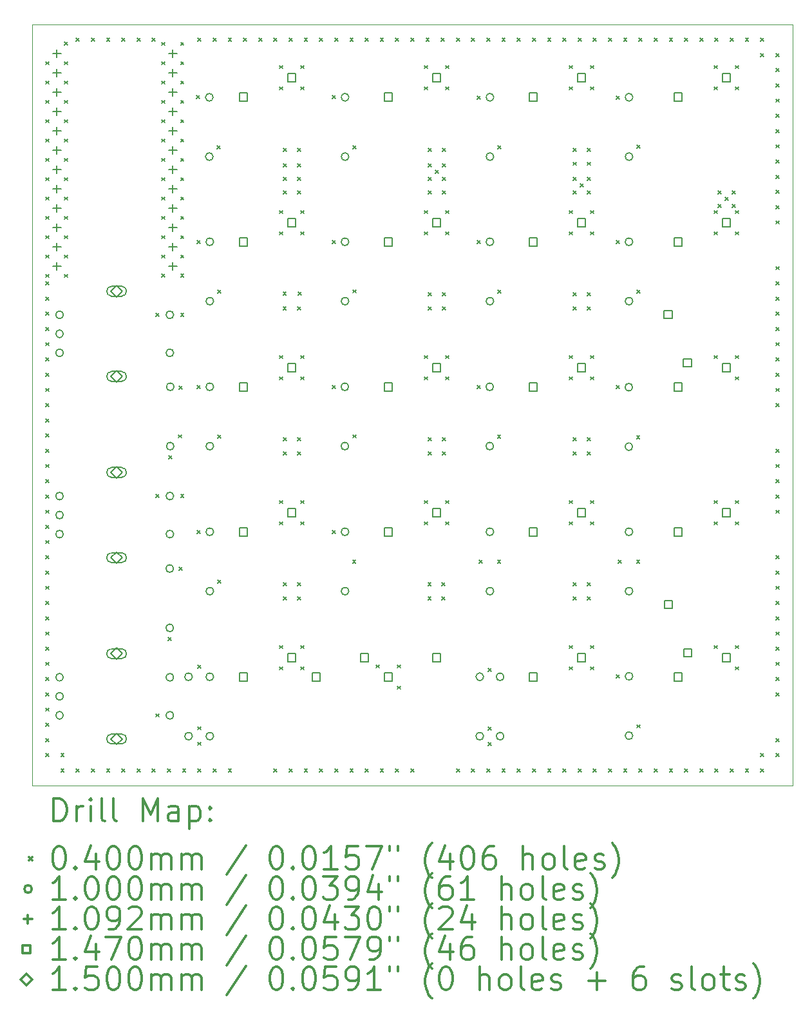
<source format=gbr>
%FSLAX45Y45*%
G04 Gerber Fmt 4.5, Leading zero omitted, Abs format (unit mm)*
G04 Created by KiCad (PCBNEW 5.99.0+really5.1.10+dfsg1-1) date 2021-05-18 01:04:15*
%MOMM*%
%LPD*%
G01*
G04 APERTURE LIST*
%TA.AperFunction,Profile*%
%ADD10C,0.050000*%
%TD*%
%ADD11C,0.200000*%
%ADD12C,0.300000*%
G04 APERTURE END LIST*
D10*
X0Y-10000000D02*
X10000000Y-10000000D01*
X10000000Y0D02*
X10000000Y-10000000D01*
X0Y-10000000D02*
X0Y0D01*
X0Y0D02*
X10000000Y0D01*
D11*
X180000Y-3380000D02*
X220000Y-3420000D01*
X220000Y-3380000D02*
X180000Y-3420000D01*
X180000Y-3580000D02*
X220000Y-3620000D01*
X220000Y-3580000D02*
X180000Y-3620000D01*
X180000Y-3780000D02*
X220000Y-3820000D01*
X220000Y-3780000D02*
X180000Y-3820000D01*
X180000Y-3980000D02*
X220000Y-4020000D01*
X220000Y-3980000D02*
X180000Y-4020000D01*
X180000Y-4180000D02*
X220000Y-4220000D01*
X220000Y-4180000D02*
X180000Y-4220000D01*
X180000Y-4380000D02*
X220000Y-4420000D01*
X220000Y-4380000D02*
X180000Y-4420000D01*
X180000Y-4580000D02*
X220000Y-4620000D01*
X220000Y-4580000D02*
X180000Y-4620000D01*
X180000Y-4780000D02*
X220000Y-4820000D01*
X220000Y-4780000D02*
X180000Y-4820000D01*
X180000Y-4980000D02*
X220000Y-5020000D01*
X220000Y-4980000D02*
X180000Y-5020000D01*
X180000Y-5180000D02*
X220000Y-5220000D01*
X220000Y-5180000D02*
X180000Y-5220000D01*
X180000Y-5380000D02*
X220000Y-5420000D01*
X220000Y-5380000D02*
X180000Y-5420000D01*
X180000Y-5580000D02*
X220000Y-5620000D01*
X220000Y-5580000D02*
X180000Y-5620000D01*
X180000Y-5780000D02*
X220000Y-5820000D01*
X220000Y-5780000D02*
X180000Y-5820000D01*
X180000Y-5980000D02*
X220000Y-6020000D01*
X220000Y-5980000D02*
X180000Y-6020000D01*
X180000Y-6180000D02*
X220000Y-6220000D01*
X220000Y-6180000D02*
X180000Y-6220000D01*
X180000Y-6380000D02*
X220000Y-6420000D01*
X220000Y-6380000D02*
X180000Y-6420000D01*
X180000Y-6580000D02*
X220000Y-6620000D01*
X220000Y-6580000D02*
X180000Y-6620000D01*
X180000Y-6780000D02*
X220000Y-6820000D01*
X220000Y-6780000D02*
X180000Y-6820000D01*
X180000Y-6980000D02*
X220000Y-7020000D01*
X220000Y-6980000D02*
X180000Y-7020000D01*
X180000Y-7180000D02*
X220000Y-7220000D01*
X220000Y-7180000D02*
X180000Y-7220000D01*
X180000Y-7380000D02*
X220000Y-7420000D01*
X220000Y-7380000D02*
X180000Y-7420000D01*
X180000Y-7580000D02*
X220000Y-7620000D01*
X220000Y-7580000D02*
X180000Y-7620000D01*
X180000Y-7780000D02*
X220000Y-7820000D01*
X220000Y-7780000D02*
X180000Y-7820000D01*
X180000Y-7980000D02*
X220000Y-8020000D01*
X220000Y-7980000D02*
X180000Y-8020000D01*
X180000Y-8180000D02*
X220000Y-8220000D01*
X220000Y-8180000D02*
X180000Y-8220000D01*
X180000Y-8380000D02*
X220000Y-8420000D01*
X220000Y-8380000D02*
X180000Y-8420000D01*
X180000Y-8580000D02*
X220000Y-8620000D01*
X220000Y-8580000D02*
X180000Y-8620000D01*
X180000Y-8780000D02*
X220000Y-8820000D01*
X220000Y-8780000D02*
X180000Y-8820000D01*
X180000Y-8980000D02*
X220000Y-9020000D01*
X220000Y-8980000D02*
X180000Y-9020000D01*
X180000Y-9180000D02*
X220000Y-9220000D01*
X220000Y-9180000D02*
X180000Y-9220000D01*
X180000Y-9380000D02*
X220000Y-9420000D01*
X220000Y-9380000D02*
X180000Y-9420000D01*
X180000Y-9580000D02*
X220000Y-9620000D01*
X220000Y-9580000D02*
X180000Y-9620000D01*
X183200Y-488000D02*
X223200Y-528000D01*
X223200Y-488000D02*
X183200Y-528000D01*
X183200Y-742000D02*
X223200Y-782000D01*
X223200Y-742000D02*
X183200Y-782000D01*
X183200Y-996000D02*
X223200Y-1036000D01*
X223200Y-996000D02*
X183200Y-1036000D01*
X183200Y-1250000D02*
X223200Y-1290000D01*
X223200Y-1250000D02*
X183200Y-1290000D01*
X183200Y-1504000D02*
X223200Y-1544000D01*
X223200Y-1504000D02*
X183200Y-1544000D01*
X183200Y-1758000D02*
X223200Y-1798000D01*
X223200Y-1758000D02*
X183200Y-1798000D01*
X183200Y-2012000D02*
X223200Y-2052000D01*
X223200Y-2012000D02*
X183200Y-2052000D01*
X183200Y-2266000D02*
X223200Y-2306000D01*
X223200Y-2266000D02*
X183200Y-2306000D01*
X183200Y-2520000D02*
X223200Y-2560000D01*
X223200Y-2520000D02*
X183200Y-2560000D01*
X183200Y-2774000D02*
X223200Y-2814000D01*
X223200Y-2774000D02*
X183200Y-2814000D01*
X183200Y-3028000D02*
X223200Y-3068000D01*
X223200Y-3028000D02*
X183200Y-3068000D01*
X183200Y-3282000D02*
X223200Y-3322000D01*
X223200Y-3282000D02*
X183200Y-3322000D01*
X380000Y-9580000D02*
X420000Y-9620000D01*
X420000Y-9580000D02*
X380000Y-9620000D01*
X380000Y-9780000D02*
X420000Y-9820000D01*
X420000Y-9780000D02*
X380000Y-9820000D01*
X424500Y-227650D02*
X464500Y-267650D01*
X464500Y-227650D02*
X424500Y-267650D01*
X424500Y-488000D02*
X464500Y-528000D01*
X464500Y-488000D02*
X424500Y-528000D01*
X424500Y-742000D02*
X464500Y-782000D01*
X464500Y-742000D02*
X424500Y-782000D01*
X424500Y-996000D02*
X464500Y-1036000D01*
X464500Y-996000D02*
X424500Y-1036000D01*
X424500Y-1250000D02*
X464500Y-1290000D01*
X464500Y-1250000D02*
X424500Y-1290000D01*
X424500Y-1504000D02*
X464500Y-1544000D01*
X464500Y-1504000D02*
X424500Y-1544000D01*
X424500Y-1758000D02*
X464500Y-1798000D01*
X464500Y-1758000D02*
X424500Y-1798000D01*
X424500Y-2012000D02*
X464500Y-2052000D01*
X464500Y-2012000D02*
X424500Y-2052000D01*
X424500Y-2266000D02*
X464500Y-2306000D01*
X464500Y-2266000D02*
X424500Y-2306000D01*
X424500Y-2520000D02*
X464500Y-2560000D01*
X464500Y-2520000D02*
X424500Y-2560000D01*
X424500Y-2774000D02*
X464500Y-2814000D01*
X464500Y-2774000D02*
X424500Y-2814000D01*
X424500Y-3028000D02*
X464500Y-3068000D01*
X464500Y-3028000D02*
X424500Y-3068000D01*
X424500Y-3282000D02*
X464500Y-3322000D01*
X464500Y-3282000D02*
X424500Y-3322000D01*
X580000Y-180000D02*
X620000Y-220000D01*
X620000Y-180000D02*
X580000Y-220000D01*
X580000Y-9780000D02*
X620000Y-9820000D01*
X620000Y-9780000D02*
X580000Y-9820000D01*
X780000Y-180000D02*
X820000Y-220000D01*
X820000Y-180000D02*
X780000Y-220000D01*
X780000Y-9780000D02*
X820000Y-9820000D01*
X820000Y-9780000D02*
X780000Y-9820000D01*
X980000Y-180000D02*
X1020000Y-220000D01*
X1020000Y-180000D02*
X980000Y-220000D01*
X980000Y-9780000D02*
X1020000Y-9820000D01*
X1020000Y-9780000D02*
X980000Y-9820000D01*
X1180000Y-180000D02*
X1220000Y-220000D01*
X1220000Y-180000D02*
X1180000Y-220000D01*
X1180000Y-9780000D02*
X1220000Y-9820000D01*
X1220000Y-9780000D02*
X1180000Y-9820000D01*
X1380000Y-180000D02*
X1420000Y-220000D01*
X1420000Y-180000D02*
X1380000Y-220000D01*
X1380000Y-9780000D02*
X1420000Y-9820000D01*
X1420000Y-9780000D02*
X1380000Y-9820000D01*
X1580000Y-180000D02*
X1620000Y-220000D01*
X1620000Y-180000D02*
X1580000Y-220000D01*
X1580000Y-9780000D02*
X1620000Y-9820000D01*
X1620000Y-9780000D02*
X1580000Y-9820000D01*
X1628460Y-3792540D02*
X1668460Y-3832540D01*
X1668460Y-3792540D02*
X1628460Y-3832540D01*
X1628460Y-6175060D02*
X1668460Y-6215060D01*
X1668460Y-6175060D02*
X1628460Y-6215060D01*
X1628460Y-9055420D02*
X1668460Y-9095420D01*
X1668460Y-9055420D02*
X1628460Y-9095420D01*
X1707200Y-234000D02*
X1747200Y-274000D01*
X1747200Y-234000D02*
X1707200Y-274000D01*
X1707200Y-488000D02*
X1747200Y-528000D01*
X1747200Y-488000D02*
X1707200Y-528000D01*
X1707200Y-742000D02*
X1747200Y-782000D01*
X1747200Y-742000D02*
X1707200Y-782000D01*
X1707200Y-996000D02*
X1747200Y-1036000D01*
X1747200Y-996000D02*
X1707200Y-1036000D01*
X1707200Y-1250000D02*
X1747200Y-1290000D01*
X1747200Y-1250000D02*
X1707200Y-1290000D01*
X1707200Y-1504000D02*
X1747200Y-1544000D01*
X1747200Y-1504000D02*
X1707200Y-1544000D01*
X1707200Y-1758000D02*
X1747200Y-1798000D01*
X1747200Y-1758000D02*
X1707200Y-1798000D01*
X1707200Y-2012000D02*
X1747200Y-2052000D01*
X1747200Y-2012000D02*
X1707200Y-2052000D01*
X1707200Y-2266000D02*
X1747200Y-2306000D01*
X1747200Y-2266000D02*
X1707200Y-2306000D01*
X1707200Y-2520000D02*
X1747200Y-2560000D01*
X1747200Y-2520000D02*
X1707200Y-2560000D01*
X1707200Y-2774000D02*
X1747200Y-2814000D01*
X1747200Y-2774000D02*
X1707200Y-2814000D01*
X1707200Y-3028000D02*
X1747200Y-3068000D01*
X1747200Y-3028000D02*
X1707200Y-3068000D01*
X1707200Y-3275650D02*
X1747200Y-3315650D01*
X1747200Y-3275650D02*
X1707200Y-3315650D01*
X1780000Y-9780000D02*
X1820000Y-9820000D01*
X1820000Y-9780000D02*
X1780000Y-9820000D01*
X1789750Y-8050850D02*
X1829750Y-8090850D01*
X1829750Y-8050850D02*
X1789750Y-8090850D01*
X1796100Y-5663250D02*
X1836100Y-5703250D01*
X1836100Y-5663250D02*
X1796100Y-5703250D01*
X1923100Y-5390200D02*
X1963100Y-5430200D01*
X1963100Y-5390200D02*
X1923100Y-5430200D01*
X1935800Y-4748850D02*
X1975800Y-4788850D01*
X1975800Y-4748850D02*
X1935800Y-4788850D01*
X1935800Y-7130100D02*
X1975800Y-7170100D01*
X1975800Y-7130100D02*
X1935800Y-7170100D01*
X1953580Y-3792540D02*
X1993580Y-3832540D01*
X1993580Y-3792540D02*
X1953580Y-3832540D01*
X1953580Y-6175060D02*
X1993580Y-6215060D01*
X1993580Y-6175060D02*
X1953580Y-6215060D01*
X1954850Y-234000D02*
X1994850Y-274000D01*
X1994850Y-234000D02*
X1954850Y-274000D01*
X1954850Y-488000D02*
X1994850Y-528000D01*
X1994850Y-488000D02*
X1954850Y-528000D01*
X1954850Y-742000D02*
X1994850Y-782000D01*
X1994850Y-742000D02*
X1954850Y-782000D01*
X1954850Y-996000D02*
X1994850Y-1036000D01*
X1994850Y-996000D02*
X1954850Y-1036000D01*
X1954850Y-1250000D02*
X1994850Y-1290000D01*
X1994850Y-1250000D02*
X1954850Y-1290000D01*
X1954850Y-1504000D02*
X1994850Y-1544000D01*
X1994850Y-1504000D02*
X1954850Y-1544000D01*
X1954850Y-1758000D02*
X1994850Y-1798000D01*
X1994850Y-1758000D02*
X1954850Y-1798000D01*
X1954850Y-2012000D02*
X1994850Y-2052000D01*
X1994850Y-2012000D02*
X1954850Y-2052000D01*
X1954850Y-2266000D02*
X1994850Y-2306000D01*
X1994850Y-2266000D02*
X1954850Y-2306000D01*
X1954850Y-2520000D02*
X1994850Y-2560000D01*
X1994850Y-2520000D02*
X1954850Y-2560000D01*
X1954850Y-2774000D02*
X1994850Y-2814000D01*
X1994850Y-2774000D02*
X1954850Y-2814000D01*
X1954850Y-3028000D02*
X1994850Y-3068000D01*
X1994850Y-3028000D02*
X1954850Y-3068000D01*
X1954850Y-3275650D02*
X1994850Y-3315650D01*
X1994850Y-3275650D02*
X1954850Y-3315650D01*
X1980000Y-9780000D02*
X2020000Y-9820000D01*
X2020000Y-9780000D02*
X1980000Y-9820000D01*
X2164400Y-932500D02*
X2204400Y-972500D01*
X2204400Y-932500D02*
X2164400Y-972500D01*
X2170750Y-2837500D02*
X2210750Y-2877500D01*
X2210750Y-2837500D02*
X2170750Y-2877500D01*
X2170750Y-4742500D02*
X2210750Y-4782500D01*
X2210750Y-4742500D02*
X2170750Y-4782500D01*
X2170750Y-6647500D02*
X2210750Y-6687500D01*
X2210750Y-6647500D02*
X2170750Y-6687500D01*
X2177100Y-8419150D02*
X2217100Y-8459150D01*
X2217100Y-8419150D02*
X2177100Y-8459150D01*
X2177100Y-9225600D02*
X2217100Y-9265600D01*
X2217100Y-9225600D02*
X2177100Y-9265600D01*
X2177100Y-9428800D02*
X2217100Y-9468800D01*
X2217100Y-9428800D02*
X2177100Y-9468800D01*
X2180000Y-180000D02*
X2220000Y-220000D01*
X2220000Y-180000D02*
X2180000Y-220000D01*
X2180000Y-9780000D02*
X2220000Y-9820000D01*
X2220000Y-9780000D02*
X2180000Y-9820000D01*
X2380000Y-180000D02*
X2420000Y-220000D01*
X2420000Y-180000D02*
X2380000Y-220000D01*
X2380000Y-9780000D02*
X2420000Y-9820000D01*
X2420000Y-9780000D02*
X2380000Y-9820000D01*
X2431100Y-1592900D02*
X2471100Y-1632900D01*
X2471100Y-1592900D02*
X2431100Y-1632900D01*
X2443800Y-3491550D02*
X2483800Y-3531550D01*
X2483800Y-3491550D02*
X2443800Y-3531550D01*
X2443800Y-5396550D02*
X2483800Y-5436550D01*
X2483800Y-5396550D02*
X2443800Y-5436550D01*
X2443800Y-7301550D02*
X2483800Y-7341550D01*
X2483800Y-7301550D02*
X2443800Y-7341550D01*
X2580000Y-180000D02*
X2620000Y-220000D01*
X2620000Y-180000D02*
X2580000Y-220000D01*
X2580000Y-9780000D02*
X2620000Y-9820000D01*
X2620000Y-9780000D02*
X2580000Y-9820000D01*
X2780000Y-180000D02*
X2820000Y-220000D01*
X2820000Y-180000D02*
X2780000Y-220000D01*
X2980000Y-180000D02*
X3020000Y-220000D01*
X3020000Y-180000D02*
X2980000Y-220000D01*
X3180000Y-180000D02*
X3220000Y-220000D01*
X3220000Y-180000D02*
X3180000Y-220000D01*
X3180000Y-9780000D02*
X3220000Y-9820000D01*
X3220000Y-9780000D02*
X3180000Y-9820000D01*
X3256600Y-538800D02*
X3296600Y-578800D01*
X3296600Y-538800D02*
X3256600Y-578800D01*
X3256600Y-818200D02*
X3296600Y-858200D01*
X3296600Y-818200D02*
X3256600Y-858200D01*
X3256600Y-2443800D02*
X3296600Y-2483800D01*
X3296600Y-2443800D02*
X3256600Y-2483800D01*
X3256600Y-2723200D02*
X3296600Y-2763200D01*
X3296600Y-2723200D02*
X3256600Y-2763200D01*
X3256600Y-4348800D02*
X3296600Y-4388800D01*
X3296600Y-4348800D02*
X3256600Y-4388800D01*
X3256600Y-4628200D02*
X3296600Y-4668200D01*
X3296600Y-4628200D02*
X3256600Y-4668200D01*
X3256600Y-6253800D02*
X3296600Y-6293800D01*
X3296600Y-6253800D02*
X3256600Y-6293800D01*
X3256600Y-6533200D02*
X3296600Y-6573200D01*
X3296600Y-6533200D02*
X3256600Y-6573200D01*
X3256600Y-8158800D02*
X3296600Y-8198800D01*
X3296600Y-8158800D02*
X3256600Y-8198800D01*
X3256600Y-8438200D02*
X3296600Y-8478200D01*
X3296600Y-8438200D02*
X3256600Y-8478200D01*
X3301050Y-3516950D02*
X3341050Y-3556950D01*
X3341050Y-3516950D02*
X3301050Y-3556950D01*
X3301050Y-3707450D02*
X3341050Y-3747450D01*
X3341050Y-3707450D02*
X3301050Y-3747450D01*
X3307400Y-1624650D02*
X3347400Y-1664650D01*
X3347400Y-1624650D02*
X3307400Y-1664650D01*
X3307400Y-1827850D02*
X3347400Y-1867850D01*
X3347400Y-1827850D02*
X3307400Y-1867850D01*
X3307400Y-2005650D02*
X3347400Y-2045650D01*
X3347400Y-2005650D02*
X3307400Y-2045650D01*
X3307400Y-2183450D02*
X3347400Y-2223450D01*
X3347400Y-2183450D02*
X3307400Y-2223450D01*
X3307400Y-5428300D02*
X3347400Y-5468300D01*
X3347400Y-5428300D02*
X3307400Y-5468300D01*
X3307400Y-5612450D02*
X3347400Y-5652450D01*
X3347400Y-5612450D02*
X3307400Y-5652450D01*
X3307400Y-7333300D02*
X3347400Y-7373300D01*
X3347400Y-7333300D02*
X3307400Y-7373300D01*
X3307400Y-7517450D02*
X3347400Y-7557450D01*
X3347400Y-7517450D02*
X3307400Y-7557450D01*
X3380000Y-180000D02*
X3420000Y-220000D01*
X3420000Y-180000D02*
X3380000Y-220000D01*
X3380000Y-9780000D02*
X3420000Y-9820000D01*
X3420000Y-9780000D02*
X3380000Y-9820000D01*
X3491550Y-1624650D02*
X3531550Y-1664650D01*
X3531550Y-1624650D02*
X3491550Y-1664650D01*
X3491550Y-1827850D02*
X3531550Y-1867850D01*
X3531550Y-1827850D02*
X3491550Y-1867850D01*
X3491550Y-2005650D02*
X3531550Y-2045650D01*
X3531550Y-2005650D02*
X3491550Y-2045650D01*
X3491550Y-2183450D02*
X3531550Y-2223450D01*
X3531550Y-2183450D02*
X3491550Y-2223450D01*
X3491550Y-3707450D02*
X3531550Y-3747450D01*
X3531550Y-3707450D02*
X3491550Y-3747450D01*
X3491550Y-5428300D02*
X3531550Y-5468300D01*
X3531550Y-5428300D02*
X3491550Y-5468300D01*
X3491550Y-5612450D02*
X3531550Y-5652450D01*
X3531550Y-5612450D02*
X3491550Y-5652450D01*
X3491550Y-7333300D02*
X3531550Y-7373300D01*
X3531550Y-7333300D02*
X3491550Y-7373300D01*
X3491550Y-7517450D02*
X3531550Y-7557450D01*
X3531550Y-7517450D02*
X3491550Y-7557450D01*
X3497900Y-3516950D02*
X3537900Y-3556950D01*
X3537900Y-3516950D02*
X3497900Y-3556950D01*
X3536000Y-538800D02*
X3576000Y-578800D01*
X3576000Y-538800D02*
X3536000Y-578800D01*
X3536000Y-818200D02*
X3576000Y-858200D01*
X3576000Y-818200D02*
X3536000Y-858200D01*
X3536000Y-2443800D02*
X3576000Y-2483800D01*
X3576000Y-2443800D02*
X3536000Y-2483800D01*
X3536000Y-2723200D02*
X3576000Y-2763200D01*
X3576000Y-2723200D02*
X3536000Y-2763200D01*
X3536000Y-4348800D02*
X3576000Y-4388800D01*
X3576000Y-4348800D02*
X3536000Y-4388800D01*
X3536000Y-4628200D02*
X3576000Y-4668200D01*
X3576000Y-4628200D02*
X3536000Y-4668200D01*
X3536000Y-6253800D02*
X3576000Y-6293800D01*
X3576000Y-6253800D02*
X3536000Y-6293800D01*
X3536000Y-6533200D02*
X3576000Y-6573200D01*
X3576000Y-6533200D02*
X3536000Y-6573200D01*
X3536000Y-8158800D02*
X3576000Y-8198800D01*
X3576000Y-8158800D02*
X3536000Y-8198800D01*
X3536000Y-8438200D02*
X3576000Y-8478200D01*
X3576000Y-8438200D02*
X3536000Y-8478200D01*
X3580000Y-180000D02*
X3620000Y-220000D01*
X3620000Y-180000D02*
X3580000Y-220000D01*
X3580000Y-9780000D02*
X3620000Y-9820000D01*
X3620000Y-9780000D02*
X3580000Y-9820000D01*
X3780000Y-180000D02*
X3820000Y-220000D01*
X3820000Y-180000D02*
X3780000Y-220000D01*
X3780000Y-9780000D02*
X3820000Y-9820000D01*
X3820000Y-9780000D02*
X3780000Y-9820000D01*
X3948750Y-932500D02*
X3988750Y-972500D01*
X3988750Y-932500D02*
X3948750Y-972500D01*
X3948750Y-2837500D02*
X3988750Y-2877500D01*
X3988750Y-2837500D02*
X3948750Y-2877500D01*
X3948750Y-4742500D02*
X3988750Y-4782500D01*
X3988750Y-4742500D02*
X3948750Y-4782500D01*
X3948750Y-6647500D02*
X3988750Y-6687500D01*
X3988750Y-6647500D02*
X3948750Y-6687500D01*
X3980000Y-180000D02*
X4020000Y-220000D01*
X4020000Y-180000D02*
X3980000Y-220000D01*
X3980000Y-9780000D02*
X4020000Y-9820000D01*
X4020000Y-9780000D02*
X3980000Y-9820000D01*
X4180000Y-180000D02*
X4220000Y-220000D01*
X4220000Y-180000D02*
X4180000Y-220000D01*
X4180000Y-9780000D02*
X4220000Y-9820000D01*
X4220000Y-9780000D02*
X4180000Y-9820000D01*
X4215450Y-7034850D02*
X4255450Y-7074850D01*
X4255450Y-7034850D02*
X4215450Y-7074850D01*
X4221800Y-1592900D02*
X4261800Y-1632900D01*
X4261800Y-1592900D02*
X4221800Y-1632900D01*
X4221800Y-3485200D02*
X4261800Y-3525200D01*
X4261800Y-3485200D02*
X4221800Y-3525200D01*
X4221800Y-5390200D02*
X4261800Y-5430200D01*
X4261800Y-5390200D02*
X4221800Y-5430200D01*
X4380000Y-180000D02*
X4420000Y-220000D01*
X4420000Y-180000D02*
X4380000Y-220000D01*
X4380000Y-9780000D02*
X4420000Y-9820000D01*
X4420000Y-9780000D02*
X4380000Y-9820000D01*
X4526600Y-8412800D02*
X4566600Y-8452800D01*
X4566600Y-8412800D02*
X4526600Y-8452800D01*
X4580000Y-180000D02*
X4620000Y-220000D01*
X4620000Y-180000D02*
X4580000Y-220000D01*
X4580000Y-9780000D02*
X4620000Y-9820000D01*
X4620000Y-9780000D02*
X4580000Y-9820000D01*
X4780000Y-180000D02*
X4820000Y-220000D01*
X4820000Y-180000D02*
X4780000Y-220000D01*
X4780000Y-9780000D02*
X4820000Y-9820000D01*
X4820000Y-9780000D02*
X4780000Y-9820000D01*
X4806000Y-8412800D02*
X4846000Y-8452800D01*
X4846000Y-8412800D02*
X4806000Y-8452800D01*
X4806000Y-8692200D02*
X4846000Y-8732200D01*
X4846000Y-8692200D02*
X4806000Y-8732200D01*
X4980000Y-180000D02*
X5020000Y-220000D01*
X5020000Y-180000D02*
X4980000Y-220000D01*
X4980000Y-9780000D02*
X5020000Y-9820000D01*
X5020000Y-9780000D02*
X4980000Y-9820000D01*
X5161600Y-538800D02*
X5201600Y-578800D01*
X5201600Y-538800D02*
X5161600Y-578800D01*
X5161600Y-818200D02*
X5201600Y-858200D01*
X5201600Y-818200D02*
X5161600Y-858200D01*
X5161600Y-2443800D02*
X5201600Y-2483800D01*
X5201600Y-2443800D02*
X5161600Y-2483800D01*
X5161600Y-2723200D02*
X5201600Y-2763200D01*
X5201600Y-2723200D02*
X5161600Y-2763200D01*
X5161600Y-4348800D02*
X5201600Y-4388800D01*
X5201600Y-4348800D02*
X5161600Y-4388800D01*
X5161600Y-4628200D02*
X5201600Y-4668200D01*
X5201600Y-4628200D02*
X5161600Y-4668200D01*
X5161600Y-6253800D02*
X5201600Y-6293800D01*
X5201600Y-6253800D02*
X5161600Y-6293800D01*
X5161600Y-6533200D02*
X5201600Y-6573200D01*
X5201600Y-6533200D02*
X5161600Y-6573200D01*
X5180000Y-180000D02*
X5220000Y-220000D01*
X5220000Y-180000D02*
X5180000Y-220000D01*
X5206050Y-7333300D02*
X5246050Y-7373300D01*
X5246050Y-7333300D02*
X5206050Y-7373300D01*
X5206050Y-7517450D02*
X5246050Y-7557450D01*
X5246050Y-7517450D02*
X5206050Y-7557450D01*
X5212400Y-1624650D02*
X5252400Y-1664650D01*
X5252400Y-1624650D02*
X5212400Y-1664650D01*
X5212400Y-1827850D02*
X5252400Y-1867850D01*
X5252400Y-1827850D02*
X5212400Y-1867850D01*
X5212400Y-2005650D02*
X5252400Y-2045650D01*
X5252400Y-2005650D02*
X5212400Y-2045650D01*
X5212400Y-2183450D02*
X5252400Y-2223450D01*
X5252400Y-2183450D02*
X5212400Y-2223450D01*
X5212400Y-3523300D02*
X5252400Y-3563300D01*
X5252400Y-3523300D02*
X5212400Y-3563300D01*
X5212400Y-3707450D02*
X5252400Y-3747450D01*
X5252400Y-3707450D02*
X5212400Y-3747450D01*
X5212400Y-5428300D02*
X5252400Y-5468300D01*
X5252400Y-5428300D02*
X5212400Y-5468300D01*
X5212400Y-5612450D02*
X5252400Y-5652450D01*
X5252400Y-5612450D02*
X5212400Y-5652450D01*
X5304475Y-1916750D02*
X5344475Y-1956750D01*
X5344475Y-1916750D02*
X5304475Y-1956750D01*
X5380000Y-180000D02*
X5420000Y-220000D01*
X5420000Y-180000D02*
X5380000Y-220000D01*
X5390200Y-7333300D02*
X5430200Y-7373300D01*
X5430200Y-7333300D02*
X5390200Y-7373300D01*
X5390200Y-7517450D02*
X5430200Y-7557450D01*
X5430200Y-7517450D02*
X5390200Y-7557450D01*
X5396550Y-1624650D02*
X5436550Y-1664650D01*
X5436550Y-1624650D02*
X5396550Y-1664650D01*
X5396550Y-1827850D02*
X5436550Y-1867850D01*
X5436550Y-1827850D02*
X5396550Y-1867850D01*
X5396550Y-2005650D02*
X5436550Y-2045650D01*
X5436550Y-2005650D02*
X5396550Y-2045650D01*
X5396550Y-2183450D02*
X5436550Y-2223450D01*
X5436550Y-2183450D02*
X5396550Y-2223450D01*
X5396550Y-3523300D02*
X5436550Y-3563300D01*
X5436550Y-3523300D02*
X5396550Y-3563300D01*
X5396550Y-3707450D02*
X5436550Y-3747450D01*
X5436550Y-3707450D02*
X5396550Y-3747450D01*
X5396550Y-5428300D02*
X5436550Y-5468300D01*
X5436550Y-5428300D02*
X5396550Y-5468300D01*
X5396550Y-5612450D02*
X5436550Y-5652450D01*
X5436550Y-5612450D02*
X5396550Y-5652450D01*
X5441000Y-538800D02*
X5481000Y-578800D01*
X5481000Y-538800D02*
X5441000Y-578800D01*
X5441000Y-818200D02*
X5481000Y-858200D01*
X5481000Y-818200D02*
X5441000Y-858200D01*
X5441000Y-2443800D02*
X5481000Y-2483800D01*
X5481000Y-2443800D02*
X5441000Y-2483800D01*
X5441000Y-2723200D02*
X5481000Y-2763200D01*
X5481000Y-2723200D02*
X5441000Y-2763200D01*
X5441000Y-4348800D02*
X5481000Y-4388800D01*
X5481000Y-4348800D02*
X5441000Y-4388800D01*
X5441000Y-4628200D02*
X5481000Y-4668200D01*
X5481000Y-4628200D02*
X5441000Y-4668200D01*
X5441000Y-6253800D02*
X5481000Y-6293800D01*
X5481000Y-6253800D02*
X5441000Y-6293800D01*
X5441000Y-6533200D02*
X5481000Y-6573200D01*
X5481000Y-6533200D02*
X5441000Y-6573200D01*
X5580000Y-180000D02*
X5620000Y-220000D01*
X5620000Y-180000D02*
X5580000Y-220000D01*
X5580000Y-9780000D02*
X5620000Y-9820000D01*
X5620000Y-9780000D02*
X5580000Y-9820000D01*
X5780000Y-180000D02*
X5820000Y-220000D01*
X5820000Y-180000D02*
X5780000Y-220000D01*
X5780000Y-9780000D02*
X5820000Y-9820000D01*
X5820000Y-9780000D02*
X5780000Y-9820000D01*
X5853750Y-938850D02*
X5893750Y-978850D01*
X5893750Y-938850D02*
X5853750Y-978850D01*
X5853750Y-2837500D02*
X5893750Y-2877500D01*
X5893750Y-2837500D02*
X5853750Y-2877500D01*
X5853750Y-4742500D02*
X5893750Y-4782500D01*
X5893750Y-4742500D02*
X5853750Y-4782500D01*
X5879150Y-7034850D02*
X5919150Y-7074850D01*
X5919150Y-7034850D02*
X5879150Y-7074850D01*
X5980000Y-180000D02*
X6020000Y-220000D01*
X6020000Y-180000D02*
X5980000Y-220000D01*
X5980000Y-9780000D02*
X6020000Y-9820000D01*
X6020000Y-9780000D02*
X5980000Y-9820000D01*
X5999800Y-8457250D02*
X6039800Y-8497250D01*
X6039800Y-8457250D02*
X5999800Y-8497250D01*
X5999800Y-9231950D02*
X6039800Y-9271950D01*
X6039800Y-9231950D02*
X5999800Y-9271950D01*
X5999800Y-9435150D02*
X6039800Y-9475150D01*
X6039800Y-9435150D02*
X5999800Y-9475150D01*
X6120450Y-5396550D02*
X6160450Y-5436550D01*
X6160450Y-5396550D02*
X6120450Y-5436550D01*
X6120450Y-7034850D02*
X6160450Y-7074850D01*
X6160450Y-7034850D02*
X6120450Y-7074850D01*
X6126800Y-1592900D02*
X6166800Y-1632900D01*
X6166800Y-1592900D02*
X6126800Y-1632900D01*
X6126800Y-3491550D02*
X6166800Y-3531550D01*
X6166800Y-3491550D02*
X6126800Y-3531550D01*
X6180000Y-180000D02*
X6220000Y-220000D01*
X6220000Y-180000D02*
X6180000Y-220000D01*
X6180000Y-9780000D02*
X6220000Y-9820000D01*
X6220000Y-9780000D02*
X6180000Y-9820000D01*
X6380000Y-180000D02*
X6420000Y-220000D01*
X6420000Y-180000D02*
X6380000Y-220000D01*
X6380000Y-9780000D02*
X6420000Y-9820000D01*
X6420000Y-9780000D02*
X6380000Y-9820000D01*
X6580000Y-180000D02*
X6620000Y-220000D01*
X6620000Y-180000D02*
X6580000Y-220000D01*
X6580000Y-9780000D02*
X6620000Y-9820000D01*
X6620000Y-9780000D02*
X6580000Y-9820000D01*
X6780000Y-180000D02*
X6820000Y-220000D01*
X6820000Y-180000D02*
X6780000Y-220000D01*
X6780000Y-9780000D02*
X6820000Y-9820000D01*
X6820000Y-9780000D02*
X6780000Y-9820000D01*
X6980000Y-180000D02*
X7020000Y-220000D01*
X7020000Y-180000D02*
X6980000Y-220000D01*
X6980000Y-9780000D02*
X7020000Y-9820000D01*
X7020000Y-9780000D02*
X6980000Y-9820000D01*
X7066600Y-538800D02*
X7106600Y-578800D01*
X7106600Y-538800D02*
X7066600Y-578800D01*
X7066600Y-818200D02*
X7106600Y-858200D01*
X7106600Y-818200D02*
X7066600Y-858200D01*
X7066600Y-2443800D02*
X7106600Y-2483800D01*
X7106600Y-2443800D02*
X7066600Y-2483800D01*
X7066600Y-2723200D02*
X7106600Y-2763200D01*
X7106600Y-2723200D02*
X7066600Y-2763200D01*
X7066600Y-4348800D02*
X7106600Y-4388800D01*
X7106600Y-4348800D02*
X7066600Y-4388800D01*
X7066600Y-4628200D02*
X7106600Y-4668200D01*
X7106600Y-4628200D02*
X7066600Y-4668200D01*
X7066600Y-6253800D02*
X7106600Y-6293800D01*
X7106600Y-6253800D02*
X7066600Y-6293800D01*
X7066600Y-6533200D02*
X7106600Y-6573200D01*
X7106600Y-6533200D02*
X7066600Y-6573200D01*
X7066600Y-8158800D02*
X7106600Y-8198800D01*
X7106600Y-8158800D02*
X7066600Y-8198800D01*
X7066600Y-8438200D02*
X7106600Y-8478200D01*
X7106600Y-8438200D02*
X7066600Y-8478200D01*
X7117400Y-1624650D02*
X7157400Y-1664650D01*
X7157400Y-1624650D02*
X7117400Y-1664650D01*
X7117400Y-1808800D02*
X7157400Y-1848800D01*
X7157400Y-1808800D02*
X7117400Y-1848800D01*
X7117400Y-2005650D02*
X7157400Y-2045650D01*
X7157400Y-2005650D02*
X7117400Y-2045650D01*
X7117400Y-2183450D02*
X7157400Y-2223450D01*
X7157400Y-2183450D02*
X7117400Y-2223450D01*
X7117400Y-3523300D02*
X7157400Y-3563300D01*
X7157400Y-3523300D02*
X7117400Y-3563300D01*
X7117400Y-3707450D02*
X7157400Y-3747450D01*
X7157400Y-3707450D02*
X7117400Y-3747450D01*
X7117400Y-5428300D02*
X7157400Y-5468300D01*
X7157400Y-5428300D02*
X7117400Y-5468300D01*
X7117400Y-5612450D02*
X7157400Y-5652450D01*
X7157400Y-5612450D02*
X7117400Y-5652450D01*
X7117400Y-7333300D02*
X7157400Y-7373300D01*
X7157400Y-7333300D02*
X7117400Y-7373300D01*
X7117400Y-7517450D02*
X7157400Y-7557450D01*
X7157400Y-7517450D02*
X7117400Y-7557450D01*
X7180000Y-180000D02*
X7220000Y-220000D01*
X7220000Y-180000D02*
X7180000Y-220000D01*
X7180000Y-9780000D02*
X7220000Y-9820000D01*
X7220000Y-9780000D02*
X7180000Y-9820000D01*
X7209475Y-2094550D02*
X7249475Y-2134550D01*
X7249475Y-2094550D02*
X7209475Y-2134550D01*
X7301550Y-1624650D02*
X7341550Y-1664650D01*
X7341550Y-1624650D02*
X7301550Y-1664650D01*
X7301550Y-1808800D02*
X7341550Y-1848800D01*
X7341550Y-1808800D02*
X7301550Y-1848800D01*
X7301550Y-2005650D02*
X7341550Y-2045650D01*
X7341550Y-2005650D02*
X7301550Y-2045650D01*
X7301550Y-2183450D02*
X7341550Y-2223450D01*
X7341550Y-2183450D02*
X7301550Y-2223450D01*
X7301550Y-3523300D02*
X7341550Y-3563300D01*
X7341550Y-3523300D02*
X7301550Y-3563300D01*
X7301550Y-3707450D02*
X7341550Y-3747450D01*
X7341550Y-3707450D02*
X7301550Y-3747450D01*
X7301550Y-5428300D02*
X7341550Y-5468300D01*
X7341550Y-5428300D02*
X7301550Y-5468300D01*
X7301550Y-5612450D02*
X7341550Y-5652450D01*
X7341550Y-5612450D02*
X7301550Y-5652450D01*
X7301550Y-7333300D02*
X7341550Y-7373300D01*
X7341550Y-7333300D02*
X7301550Y-7373300D01*
X7301550Y-7517450D02*
X7341550Y-7557450D01*
X7341550Y-7517450D02*
X7301550Y-7557450D01*
X7346000Y-538800D02*
X7386000Y-578800D01*
X7386000Y-538800D02*
X7346000Y-578800D01*
X7346000Y-818200D02*
X7386000Y-858200D01*
X7386000Y-818200D02*
X7346000Y-858200D01*
X7346000Y-2443800D02*
X7386000Y-2483800D01*
X7386000Y-2443800D02*
X7346000Y-2483800D01*
X7346000Y-2723200D02*
X7386000Y-2763200D01*
X7386000Y-2723200D02*
X7346000Y-2763200D01*
X7346000Y-4348800D02*
X7386000Y-4388800D01*
X7386000Y-4348800D02*
X7346000Y-4388800D01*
X7346000Y-4628200D02*
X7386000Y-4668200D01*
X7386000Y-4628200D02*
X7346000Y-4668200D01*
X7346000Y-6253800D02*
X7386000Y-6293800D01*
X7386000Y-6253800D02*
X7346000Y-6293800D01*
X7346000Y-6533200D02*
X7386000Y-6573200D01*
X7386000Y-6533200D02*
X7346000Y-6573200D01*
X7346000Y-8158800D02*
X7386000Y-8198800D01*
X7386000Y-8158800D02*
X7346000Y-8198800D01*
X7346000Y-8438200D02*
X7386000Y-8478200D01*
X7386000Y-8438200D02*
X7346000Y-8478200D01*
X7380000Y-180000D02*
X7420000Y-220000D01*
X7420000Y-180000D02*
X7380000Y-220000D01*
X7380000Y-9780000D02*
X7420000Y-9820000D01*
X7420000Y-9780000D02*
X7380000Y-9820000D01*
X7580000Y-180000D02*
X7620000Y-220000D01*
X7620000Y-180000D02*
X7580000Y-220000D01*
X7580000Y-9780000D02*
X7620000Y-9820000D01*
X7620000Y-9780000D02*
X7580000Y-9820000D01*
X7682550Y-938850D02*
X7722550Y-978850D01*
X7722550Y-938850D02*
X7682550Y-978850D01*
X7682550Y-2837500D02*
X7722550Y-2877500D01*
X7722550Y-2837500D02*
X7682550Y-2877500D01*
X7682550Y-4742500D02*
X7722550Y-4782500D01*
X7722550Y-4742500D02*
X7682550Y-4782500D01*
X7682550Y-8546150D02*
X7722550Y-8586150D01*
X7722550Y-8546150D02*
X7682550Y-8586150D01*
X7707950Y-7034850D02*
X7747950Y-7074850D01*
X7747950Y-7034850D02*
X7707950Y-7074850D01*
X7780000Y-180000D02*
X7820000Y-220000D01*
X7820000Y-180000D02*
X7780000Y-220000D01*
X7780000Y-9780000D02*
X7820000Y-9820000D01*
X7820000Y-9780000D02*
X7780000Y-9820000D01*
X7949250Y-5402900D02*
X7989250Y-5442900D01*
X7989250Y-5402900D02*
X7949250Y-5442900D01*
X7949250Y-7034850D02*
X7989250Y-7074850D01*
X7989250Y-7034850D02*
X7949250Y-7074850D01*
X7955600Y-1586550D02*
X7995600Y-1626550D01*
X7995600Y-1586550D02*
X7955600Y-1626550D01*
X7955600Y-3491550D02*
X7995600Y-3531550D01*
X7995600Y-3491550D02*
X7955600Y-3531550D01*
X7955600Y-9200200D02*
X7995600Y-9240200D01*
X7995600Y-9200200D02*
X7955600Y-9240200D01*
X7980000Y-180000D02*
X8020000Y-220000D01*
X8020000Y-180000D02*
X7980000Y-220000D01*
X7980000Y-9780000D02*
X8020000Y-9820000D01*
X8020000Y-9780000D02*
X7980000Y-9820000D01*
X8180000Y-180000D02*
X8220000Y-220000D01*
X8220000Y-180000D02*
X8180000Y-220000D01*
X8180000Y-9780000D02*
X8220000Y-9820000D01*
X8220000Y-9780000D02*
X8180000Y-9820000D01*
X8380000Y-180000D02*
X8420000Y-220000D01*
X8420000Y-180000D02*
X8380000Y-220000D01*
X8380000Y-9780000D02*
X8420000Y-9820000D01*
X8420000Y-9780000D02*
X8380000Y-9820000D01*
X8580000Y-180000D02*
X8620000Y-220000D01*
X8620000Y-180000D02*
X8580000Y-220000D01*
X8580000Y-9780000D02*
X8620000Y-9820000D01*
X8620000Y-9780000D02*
X8580000Y-9820000D01*
X8780000Y-180000D02*
X8820000Y-220000D01*
X8820000Y-180000D02*
X8780000Y-220000D01*
X8780000Y-9780000D02*
X8820000Y-9820000D01*
X8820000Y-9780000D02*
X8780000Y-9820000D01*
X8971600Y-538800D02*
X9011600Y-578800D01*
X9011600Y-538800D02*
X8971600Y-578800D01*
X8971600Y-818200D02*
X9011600Y-858200D01*
X9011600Y-818200D02*
X8971600Y-858200D01*
X8971600Y-2443800D02*
X9011600Y-2483800D01*
X9011600Y-2443800D02*
X8971600Y-2483800D01*
X8971600Y-2723200D02*
X9011600Y-2763200D01*
X9011600Y-2723200D02*
X8971600Y-2763200D01*
X8971600Y-4348800D02*
X9011600Y-4388800D01*
X9011600Y-4348800D02*
X8971600Y-4388800D01*
X8971600Y-6253800D02*
X9011600Y-6293800D01*
X9011600Y-6253800D02*
X8971600Y-6293800D01*
X8971600Y-6533200D02*
X9011600Y-6573200D01*
X9011600Y-6533200D02*
X8971600Y-6573200D01*
X8971600Y-8158800D02*
X9011600Y-8198800D01*
X9011600Y-8158800D02*
X8971600Y-8198800D01*
X8980000Y-180000D02*
X9020000Y-220000D01*
X9020000Y-180000D02*
X8980000Y-220000D01*
X8980000Y-9780000D02*
X9020000Y-9820000D01*
X9020000Y-9780000D02*
X8980000Y-9820000D01*
X9022400Y-2183450D02*
X9062400Y-2223450D01*
X9062400Y-2183450D02*
X9022400Y-2223450D01*
X9022400Y-2361250D02*
X9062400Y-2401250D01*
X9062400Y-2361250D02*
X9022400Y-2401250D01*
X9114475Y-2272350D02*
X9154475Y-2312350D01*
X9154475Y-2272350D02*
X9114475Y-2312350D01*
X9180000Y-180000D02*
X9220000Y-220000D01*
X9220000Y-180000D02*
X9180000Y-220000D01*
X9180000Y-9780000D02*
X9220000Y-9820000D01*
X9220000Y-9780000D02*
X9180000Y-9820000D01*
X9206550Y-2183450D02*
X9246550Y-2223450D01*
X9246550Y-2183450D02*
X9206550Y-2223450D01*
X9206550Y-2361250D02*
X9246550Y-2401250D01*
X9246550Y-2361250D02*
X9206550Y-2401250D01*
X9251000Y-538800D02*
X9291000Y-578800D01*
X9291000Y-538800D02*
X9251000Y-578800D01*
X9251000Y-818200D02*
X9291000Y-858200D01*
X9291000Y-818200D02*
X9251000Y-858200D01*
X9251000Y-2443800D02*
X9291000Y-2483800D01*
X9291000Y-2443800D02*
X9251000Y-2483800D01*
X9251000Y-2723200D02*
X9291000Y-2763200D01*
X9291000Y-2723200D02*
X9251000Y-2763200D01*
X9251000Y-4348800D02*
X9291000Y-4388800D01*
X9291000Y-4348800D02*
X9251000Y-4388800D01*
X9251000Y-4628200D02*
X9291000Y-4668200D01*
X9291000Y-4628200D02*
X9251000Y-4668200D01*
X9251000Y-6253800D02*
X9291000Y-6293800D01*
X9291000Y-6253800D02*
X9251000Y-6293800D01*
X9251000Y-6533200D02*
X9291000Y-6573200D01*
X9291000Y-6533200D02*
X9251000Y-6573200D01*
X9251000Y-8158800D02*
X9291000Y-8198800D01*
X9291000Y-8158800D02*
X9251000Y-8198800D01*
X9251000Y-8438200D02*
X9291000Y-8478200D01*
X9291000Y-8438200D02*
X9251000Y-8478200D01*
X9380000Y-180000D02*
X9420000Y-220000D01*
X9420000Y-180000D02*
X9380000Y-220000D01*
X9380000Y-9780000D02*
X9420000Y-9820000D01*
X9420000Y-9780000D02*
X9380000Y-9820000D01*
X9580000Y-180000D02*
X9620000Y-220000D01*
X9620000Y-180000D02*
X9580000Y-220000D01*
X9580000Y-380000D02*
X9620000Y-420000D01*
X9620000Y-380000D02*
X9580000Y-420000D01*
X9580000Y-9580000D02*
X9620000Y-9620000D01*
X9620000Y-9580000D02*
X9580000Y-9620000D01*
X9580000Y-9780000D02*
X9620000Y-9820000D01*
X9620000Y-9780000D02*
X9580000Y-9820000D01*
X9780000Y-380000D02*
X9820000Y-420000D01*
X9820000Y-380000D02*
X9780000Y-420000D01*
X9780000Y-580000D02*
X9820000Y-620000D01*
X9820000Y-580000D02*
X9780000Y-620000D01*
X9780000Y-780000D02*
X9820000Y-820000D01*
X9820000Y-780000D02*
X9780000Y-820000D01*
X9780000Y-980000D02*
X9820000Y-1020000D01*
X9820000Y-980000D02*
X9780000Y-1020000D01*
X9780000Y-1180000D02*
X9820000Y-1220000D01*
X9820000Y-1180000D02*
X9780000Y-1220000D01*
X9780000Y-1380000D02*
X9820000Y-1420000D01*
X9820000Y-1380000D02*
X9780000Y-1420000D01*
X9780000Y-1580000D02*
X9820000Y-1620000D01*
X9820000Y-1580000D02*
X9780000Y-1620000D01*
X9780000Y-1780000D02*
X9820000Y-1820000D01*
X9820000Y-1780000D02*
X9780000Y-1820000D01*
X9780000Y-1980000D02*
X9820000Y-2020000D01*
X9820000Y-1980000D02*
X9780000Y-2020000D01*
X9780000Y-2180000D02*
X9820000Y-2220000D01*
X9820000Y-2180000D02*
X9780000Y-2220000D01*
X9780000Y-2380000D02*
X9820000Y-2420000D01*
X9820000Y-2380000D02*
X9780000Y-2420000D01*
X9780000Y-2580000D02*
X9820000Y-2620000D01*
X9820000Y-2580000D02*
X9780000Y-2620000D01*
X9780000Y-3180000D02*
X9820000Y-3220000D01*
X9820000Y-3180000D02*
X9780000Y-3220000D01*
X9780000Y-3380000D02*
X9820000Y-3420000D01*
X9820000Y-3380000D02*
X9780000Y-3420000D01*
X9780000Y-3580000D02*
X9820000Y-3620000D01*
X9820000Y-3580000D02*
X9780000Y-3620000D01*
X9780000Y-3780000D02*
X9820000Y-3820000D01*
X9820000Y-3780000D02*
X9780000Y-3820000D01*
X9780000Y-3980000D02*
X9820000Y-4020000D01*
X9820000Y-3980000D02*
X9780000Y-4020000D01*
X9780000Y-4180000D02*
X9820000Y-4220000D01*
X9820000Y-4180000D02*
X9780000Y-4220000D01*
X9780000Y-4380000D02*
X9820000Y-4420000D01*
X9820000Y-4380000D02*
X9780000Y-4420000D01*
X9780000Y-4580000D02*
X9820000Y-4620000D01*
X9820000Y-4580000D02*
X9780000Y-4620000D01*
X9780000Y-4780000D02*
X9820000Y-4820000D01*
X9820000Y-4780000D02*
X9780000Y-4820000D01*
X9780000Y-4980000D02*
X9820000Y-5020000D01*
X9820000Y-4980000D02*
X9780000Y-5020000D01*
X9780000Y-5580000D02*
X9820000Y-5620000D01*
X9820000Y-5580000D02*
X9780000Y-5620000D01*
X9780000Y-5780000D02*
X9820000Y-5820000D01*
X9820000Y-5780000D02*
X9780000Y-5820000D01*
X9780000Y-5980000D02*
X9820000Y-6020000D01*
X9820000Y-5980000D02*
X9780000Y-6020000D01*
X9780000Y-6180000D02*
X9820000Y-6220000D01*
X9820000Y-6180000D02*
X9780000Y-6220000D01*
X9780000Y-6380000D02*
X9820000Y-6420000D01*
X9820000Y-6380000D02*
X9780000Y-6420000D01*
X9780000Y-6980000D02*
X9820000Y-7020000D01*
X9820000Y-6980000D02*
X9780000Y-7020000D01*
X9780000Y-7180000D02*
X9820000Y-7220000D01*
X9820000Y-7180000D02*
X9780000Y-7220000D01*
X9780000Y-7380000D02*
X9820000Y-7420000D01*
X9820000Y-7380000D02*
X9780000Y-7420000D01*
X9780000Y-7580000D02*
X9820000Y-7620000D01*
X9820000Y-7580000D02*
X9780000Y-7620000D01*
X9780000Y-7780000D02*
X9820000Y-7820000D01*
X9820000Y-7780000D02*
X9780000Y-7820000D01*
X9780000Y-7980000D02*
X9820000Y-8020000D01*
X9820000Y-7980000D02*
X9780000Y-8020000D01*
X9780000Y-8180000D02*
X9820000Y-8220000D01*
X9820000Y-8180000D02*
X9780000Y-8220000D01*
X9780000Y-8380000D02*
X9820000Y-8420000D01*
X9820000Y-8380000D02*
X9780000Y-8420000D01*
X9780000Y-8580000D02*
X9820000Y-8620000D01*
X9820000Y-8580000D02*
X9780000Y-8620000D01*
X9780000Y-8780000D02*
X9820000Y-8820000D01*
X9820000Y-8780000D02*
X9780000Y-8820000D01*
X9780000Y-9380000D02*
X9820000Y-9420000D01*
X9820000Y-9380000D02*
X9780000Y-9420000D01*
X9780000Y-9580000D02*
X9820000Y-9620000D01*
X9820000Y-9580000D02*
X9780000Y-9620000D01*
X411250Y-3814000D02*
G75*
G03*
X411250Y-3814000I-50000J0D01*
G01*
X411250Y-4064000D02*
G75*
G03*
X411250Y-4064000I-50000J0D01*
G01*
X411250Y-4314000D02*
G75*
G03*
X411250Y-4314000I-50000J0D01*
G01*
X411250Y-6195250D02*
G75*
G03*
X411250Y-6195250I-50000J0D01*
G01*
X411250Y-6445250D02*
G75*
G03*
X411250Y-6445250I-50000J0D01*
G01*
X411250Y-6695250D02*
G75*
G03*
X411250Y-6695250I-50000J0D01*
G01*
X411250Y-8576500D02*
G75*
G03*
X411250Y-8576500I-50000J0D01*
G01*
X411250Y-8826500D02*
G75*
G03*
X411250Y-8826500I-50000J0D01*
G01*
X411250Y-9076500D02*
G75*
G03*
X411250Y-9076500I-50000J0D01*
G01*
X1859750Y-7147450D02*
G75*
G03*
X1859750Y-7147450I-50000J0D01*
G01*
X1859750Y-7927450D02*
G75*
G03*
X1859750Y-7927450I-50000J0D01*
G01*
X1861250Y-3814000D02*
G75*
G03*
X1861250Y-3814000I-50000J0D01*
G01*
X1861250Y-4314000D02*
G75*
G03*
X1861250Y-4314000I-50000J0D01*
G01*
X1861250Y-6195250D02*
G75*
G03*
X1861250Y-6195250I-50000J0D01*
G01*
X1861250Y-6695250D02*
G75*
G03*
X1861250Y-6695250I-50000J0D01*
G01*
X1861250Y-8576500D02*
G75*
G03*
X1861250Y-8576500I-50000J0D01*
G01*
X1861250Y-9076500D02*
G75*
G03*
X1861250Y-9076500I-50000J0D01*
G01*
X1866100Y-4759550D02*
G75*
G03*
X1866100Y-4759550I-50000J0D01*
G01*
X1866100Y-5539550D02*
G75*
G03*
X1866100Y-5539550I-50000J0D01*
G01*
X2107400Y-8569850D02*
G75*
G03*
X2107400Y-8569850I-50000J0D01*
G01*
X2107400Y-9349850D02*
G75*
G03*
X2107400Y-9349850I-50000J0D01*
G01*
X2380450Y-956200D02*
G75*
G03*
X2380450Y-956200I-50000J0D01*
G01*
X2380450Y-1736200D02*
G75*
G03*
X2380450Y-1736200I-50000J0D01*
G01*
X2386800Y-2854850D02*
G75*
G03*
X2386800Y-2854850I-50000J0D01*
G01*
X2386800Y-3634850D02*
G75*
G03*
X2386800Y-3634850I-50000J0D01*
G01*
X2386800Y-4759850D02*
G75*
G03*
X2386800Y-4759850I-50000J0D01*
G01*
X2386800Y-5539850D02*
G75*
G03*
X2386800Y-5539850I-50000J0D01*
G01*
X2386800Y-6664850D02*
G75*
G03*
X2386800Y-6664850I-50000J0D01*
G01*
X2386800Y-7444850D02*
G75*
G03*
X2386800Y-7444850I-50000J0D01*
G01*
X2386800Y-8569850D02*
G75*
G03*
X2386800Y-8569850I-50000J0D01*
G01*
X2386800Y-9349850D02*
G75*
G03*
X2386800Y-9349850I-50000J0D01*
G01*
X4162260Y-4759850D02*
G75*
G03*
X4162260Y-4759850I-50000J0D01*
G01*
X4162260Y-5539850D02*
G75*
G03*
X4162260Y-5539850I-50000J0D01*
G01*
X4164800Y-956200D02*
G75*
G03*
X4164800Y-956200I-50000J0D01*
G01*
X4164800Y-1736200D02*
G75*
G03*
X4164800Y-1736200I-50000J0D01*
G01*
X4164800Y-2854850D02*
G75*
G03*
X4164800Y-2854850I-50000J0D01*
G01*
X4164800Y-3634850D02*
G75*
G03*
X4164800Y-3634850I-50000J0D01*
G01*
X4164800Y-6664850D02*
G75*
G03*
X4164800Y-6664850I-50000J0D01*
G01*
X4164800Y-7444850D02*
G75*
G03*
X4164800Y-7444850I-50000J0D01*
G01*
X5936450Y-8569850D02*
G75*
G03*
X5936450Y-8569850I-50000J0D01*
G01*
X5936450Y-9349850D02*
G75*
G03*
X5936450Y-9349850I-50000J0D01*
G01*
X6067260Y-4759850D02*
G75*
G03*
X6067260Y-4759850I-50000J0D01*
G01*
X6067260Y-5539850D02*
G75*
G03*
X6067260Y-5539850I-50000J0D01*
G01*
X6069800Y-956200D02*
G75*
G03*
X6069800Y-956200I-50000J0D01*
G01*
X6069800Y-1736200D02*
G75*
G03*
X6069800Y-1736200I-50000J0D01*
G01*
X6069800Y-2854850D02*
G75*
G03*
X6069800Y-2854850I-50000J0D01*
G01*
X6069800Y-3634850D02*
G75*
G03*
X6069800Y-3634850I-50000J0D01*
G01*
X6069800Y-6664850D02*
G75*
G03*
X6069800Y-6664850I-50000J0D01*
G01*
X6069800Y-7444850D02*
G75*
G03*
X6069800Y-7444850I-50000J0D01*
G01*
X6203150Y-8569850D02*
G75*
G03*
X6203150Y-8569850I-50000J0D01*
G01*
X6203150Y-9349850D02*
G75*
G03*
X6203150Y-9349850I-50000J0D01*
G01*
X7896060Y-4766200D02*
G75*
G03*
X7896060Y-4766200I-50000J0D01*
G01*
X7896060Y-5546200D02*
G75*
G03*
X7896060Y-5546200I-50000J0D01*
G01*
X7898600Y-956200D02*
G75*
G03*
X7898600Y-956200I-50000J0D01*
G01*
X7898600Y-1736200D02*
G75*
G03*
X7898600Y-1736200I-50000J0D01*
G01*
X7898600Y-2854850D02*
G75*
G03*
X7898600Y-2854850I-50000J0D01*
G01*
X7898600Y-3634850D02*
G75*
G03*
X7898600Y-3634850I-50000J0D01*
G01*
X7898600Y-6664850D02*
G75*
G03*
X7898600Y-6664850I-50000J0D01*
G01*
X7898600Y-7444850D02*
G75*
G03*
X7898600Y-7444850I-50000J0D01*
G01*
X7898600Y-8563500D02*
G75*
G03*
X7898600Y-8563500I-50000J0D01*
G01*
X7898600Y-9343500D02*
G75*
G03*
X7898600Y-9343500I-50000J0D01*
G01*
X323850Y-326390D02*
X323850Y-435610D01*
X269240Y-381000D02*
X378460Y-381000D01*
X323850Y-580390D02*
X323850Y-689610D01*
X269240Y-635000D02*
X378460Y-635000D01*
X323850Y-834390D02*
X323850Y-943610D01*
X269240Y-889000D02*
X378460Y-889000D01*
X323850Y-1088390D02*
X323850Y-1197610D01*
X269240Y-1143000D02*
X378460Y-1143000D01*
X323850Y-1342390D02*
X323850Y-1451610D01*
X269240Y-1397000D02*
X378460Y-1397000D01*
X323850Y-1596390D02*
X323850Y-1705610D01*
X269240Y-1651000D02*
X378460Y-1651000D01*
X323850Y-1850390D02*
X323850Y-1959610D01*
X269240Y-1905000D02*
X378460Y-1905000D01*
X323850Y-2104390D02*
X323850Y-2213610D01*
X269240Y-2159000D02*
X378460Y-2159000D01*
X323850Y-2358390D02*
X323850Y-2467610D01*
X269240Y-2413000D02*
X378460Y-2413000D01*
X323850Y-2612390D02*
X323850Y-2721610D01*
X269240Y-2667000D02*
X378460Y-2667000D01*
X323850Y-2866390D02*
X323850Y-2975610D01*
X269240Y-2921000D02*
X378460Y-2921000D01*
X323850Y-3120390D02*
X323850Y-3229610D01*
X269240Y-3175000D02*
X378460Y-3175000D01*
X1847850Y-326390D02*
X1847850Y-435610D01*
X1793240Y-381000D02*
X1902460Y-381000D01*
X1847850Y-580390D02*
X1847850Y-689610D01*
X1793240Y-635000D02*
X1902460Y-635000D01*
X1847850Y-834390D02*
X1847850Y-943610D01*
X1793240Y-889000D02*
X1902460Y-889000D01*
X1847850Y-1088390D02*
X1847850Y-1197610D01*
X1793240Y-1143000D02*
X1902460Y-1143000D01*
X1847850Y-1342390D02*
X1847850Y-1451610D01*
X1793240Y-1397000D02*
X1902460Y-1397000D01*
X1847850Y-1596390D02*
X1847850Y-1705610D01*
X1793240Y-1651000D02*
X1902460Y-1651000D01*
X1847850Y-1850390D02*
X1847850Y-1959610D01*
X1793240Y-1905000D02*
X1902460Y-1905000D01*
X1847850Y-2104390D02*
X1847850Y-2213610D01*
X1793240Y-2159000D02*
X1902460Y-2159000D01*
X1847850Y-2358390D02*
X1847850Y-2467610D01*
X1793240Y-2413000D02*
X1902460Y-2413000D01*
X1847850Y-2612390D02*
X1847850Y-2721610D01*
X1793240Y-2667000D02*
X1902460Y-2667000D01*
X1847850Y-2866390D02*
X1847850Y-2975610D01*
X1793240Y-2921000D02*
X1902460Y-2921000D01*
X1847850Y-3120390D02*
X1847850Y-3229610D01*
X1793240Y-3175000D02*
X1902460Y-3175000D01*
X2833273Y-1004473D02*
X2833273Y-900527D01*
X2729327Y-900527D01*
X2729327Y-1004473D01*
X2833273Y-1004473D01*
X2833273Y-2909473D02*
X2833273Y-2805527D01*
X2729327Y-2805527D01*
X2729327Y-2909473D01*
X2833273Y-2909473D01*
X2833273Y-4814473D02*
X2833273Y-4710527D01*
X2729327Y-4710527D01*
X2729327Y-4814473D01*
X2833273Y-4814473D01*
X2833273Y-6719473D02*
X2833273Y-6615527D01*
X2729327Y-6615527D01*
X2729327Y-6719473D01*
X2833273Y-6719473D01*
X2833273Y-8624473D02*
X2833273Y-8520527D01*
X2729327Y-8520527D01*
X2729327Y-8624473D01*
X2833273Y-8624473D01*
X3468273Y-750473D02*
X3468273Y-646527D01*
X3364327Y-646527D01*
X3364327Y-750473D01*
X3468273Y-750473D01*
X3468273Y-2655473D02*
X3468273Y-2551527D01*
X3364327Y-2551527D01*
X3364327Y-2655473D01*
X3468273Y-2655473D01*
X3468273Y-4560473D02*
X3468273Y-4456527D01*
X3364327Y-4456527D01*
X3364327Y-4560473D01*
X3468273Y-4560473D01*
X3468273Y-6465473D02*
X3468273Y-6361527D01*
X3364327Y-6361527D01*
X3364327Y-6465473D01*
X3468273Y-6465473D01*
X3468273Y-8370473D02*
X3468273Y-8266527D01*
X3364327Y-8266527D01*
X3364327Y-8370473D01*
X3468273Y-8370473D01*
X3785773Y-8624473D02*
X3785773Y-8520527D01*
X3681827Y-8520527D01*
X3681827Y-8624473D01*
X3785773Y-8624473D01*
X4420773Y-8370473D02*
X4420773Y-8266527D01*
X4316827Y-8266527D01*
X4316827Y-8370473D01*
X4420773Y-8370473D01*
X4738273Y-1004473D02*
X4738273Y-900527D01*
X4634327Y-900527D01*
X4634327Y-1004473D01*
X4738273Y-1004473D01*
X4738273Y-2909473D02*
X4738273Y-2805527D01*
X4634327Y-2805527D01*
X4634327Y-2909473D01*
X4738273Y-2909473D01*
X4738273Y-4814473D02*
X4738273Y-4710527D01*
X4634327Y-4710527D01*
X4634327Y-4814473D01*
X4738273Y-4814473D01*
X4738273Y-6719473D02*
X4738273Y-6615527D01*
X4634327Y-6615527D01*
X4634327Y-6719473D01*
X4738273Y-6719473D01*
X4738273Y-8624473D02*
X4738273Y-8520527D01*
X4634327Y-8520527D01*
X4634327Y-8624473D01*
X4738273Y-8624473D01*
X5373273Y-750473D02*
X5373273Y-646527D01*
X5269327Y-646527D01*
X5269327Y-750473D01*
X5373273Y-750473D01*
X5373273Y-2655473D02*
X5373273Y-2551527D01*
X5269327Y-2551527D01*
X5269327Y-2655473D01*
X5373273Y-2655473D01*
X5373273Y-4560473D02*
X5373273Y-4456527D01*
X5269327Y-4456527D01*
X5269327Y-4560473D01*
X5373273Y-4560473D01*
X5373273Y-6465473D02*
X5373273Y-6361527D01*
X5269327Y-6361527D01*
X5269327Y-6465473D01*
X5373273Y-6465473D01*
X5373273Y-8370473D02*
X5373273Y-8266527D01*
X5269327Y-8266527D01*
X5269327Y-8370473D01*
X5373273Y-8370473D01*
X6643273Y-1004473D02*
X6643273Y-900527D01*
X6539327Y-900527D01*
X6539327Y-1004473D01*
X6643273Y-1004473D01*
X6643273Y-2909473D02*
X6643273Y-2805527D01*
X6539327Y-2805527D01*
X6539327Y-2909473D01*
X6643273Y-2909473D01*
X6643273Y-4814473D02*
X6643273Y-4710527D01*
X6539327Y-4710527D01*
X6539327Y-4814473D01*
X6643273Y-4814473D01*
X6643273Y-6719473D02*
X6643273Y-6615527D01*
X6539327Y-6615527D01*
X6539327Y-6719473D01*
X6643273Y-6719473D01*
X6643273Y-8624473D02*
X6643273Y-8520527D01*
X6539327Y-8520527D01*
X6539327Y-8624473D01*
X6643273Y-8624473D01*
X7278273Y-750473D02*
X7278273Y-646527D01*
X7174327Y-646527D01*
X7174327Y-750473D01*
X7278273Y-750473D01*
X7278273Y-2655473D02*
X7278273Y-2551527D01*
X7174327Y-2551527D01*
X7174327Y-2655473D01*
X7278273Y-2655473D01*
X7278273Y-4560473D02*
X7278273Y-4456527D01*
X7174327Y-4456527D01*
X7174327Y-4560473D01*
X7278273Y-4560473D01*
X7278273Y-6465473D02*
X7278273Y-6361527D01*
X7174327Y-6361527D01*
X7174327Y-6465473D01*
X7278273Y-6465473D01*
X7278273Y-8370473D02*
X7278273Y-8266527D01*
X7174327Y-8266527D01*
X7174327Y-8370473D01*
X7278273Y-8370473D01*
X8414923Y-3861973D02*
X8414923Y-3758027D01*
X8310977Y-3758027D01*
X8310977Y-3861973D01*
X8414923Y-3861973D01*
X8421273Y-7671973D02*
X8421273Y-7568027D01*
X8317327Y-7568027D01*
X8317327Y-7671973D01*
X8421273Y-7671973D01*
X8548273Y-1004473D02*
X8548273Y-900527D01*
X8444327Y-900527D01*
X8444327Y-1004473D01*
X8548273Y-1004473D01*
X8548273Y-2909473D02*
X8548273Y-2805527D01*
X8444327Y-2805527D01*
X8444327Y-2909473D01*
X8548273Y-2909473D01*
X8548273Y-4814473D02*
X8548273Y-4710527D01*
X8444327Y-4710527D01*
X8444327Y-4814473D01*
X8548273Y-4814473D01*
X8548273Y-6719473D02*
X8548273Y-6615527D01*
X8444327Y-6615527D01*
X8444327Y-6719473D01*
X8548273Y-6719473D01*
X8548273Y-8624473D02*
X8548273Y-8520527D01*
X8444327Y-8520527D01*
X8444327Y-8624473D01*
X8548273Y-8624473D01*
X8668923Y-4496973D02*
X8668923Y-4393027D01*
X8564977Y-4393027D01*
X8564977Y-4496973D01*
X8668923Y-4496973D01*
X8675273Y-8306973D02*
X8675273Y-8203027D01*
X8571327Y-8203027D01*
X8571327Y-8306973D01*
X8675273Y-8306973D01*
X9183273Y-750473D02*
X9183273Y-646527D01*
X9079327Y-646527D01*
X9079327Y-750473D01*
X9183273Y-750473D01*
X9183273Y-2655473D02*
X9183273Y-2551527D01*
X9079327Y-2551527D01*
X9079327Y-2655473D01*
X9183273Y-2655473D01*
X9183273Y-4560473D02*
X9183273Y-4456527D01*
X9079327Y-4456527D01*
X9079327Y-4560473D01*
X9183273Y-4560473D01*
X9183273Y-6465473D02*
X9183273Y-6361527D01*
X9079327Y-6361527D01*
X9079327Y-6465473D01*
X9183273Y-6465473D01*
X9183273Y-8370473D02*
X9183273Y-8266527D01*
X9079327Y-8266527D01*
X9079327Y-8370473D01*
X9183273Y-8370473D01*
X1111250Y-3579000D02*
X1186250Y-3504000D01*
X1111250Y-3429000D01*
X1036250Y-3504000D01*
X1111250Y-3579000D01*
X1046250Y-3569000D02*
X1176250Y-3569000D01*
X1046250Y-3439000D02*
X1176250Y-3439000D01*
X1176250Y-3569000D02*
G75*
G03*
X1176250Y-3439000I0J65000D01*
G01*
X1046250Y-3439000D02*
G75*
G03*
X1046250Y-3569000I0J-65000D01*
G01*
X1111250Y-4699000D02*
X1186250Y-4624000D01*
X1111250Y-4549000D01*
X1036250Y-4624000D01*
X1111250Y-4699000D01*
X1046250Y-4689000D02*
X1176250Y-4689000D01*
X1046250Y-4559000D02*
X1176250Y-4559000D01*
X1176250Y-4689000D02*
G75*
G03*
X1176250Y-4559000I0J65000D01*
G01*
X1046250Y-4559000D02*
G75*
G03*
X1046250Y-4689000I0J-65000D01*
G01*
X1111250Y-5960250D02*
X1186250Y-5885250D01*
X1111250Y-5810250D01*
X1036250Y-5885250D01*
X1111250Y-5960250D01*
X1046250Y-5950250D02*
X1176250Y-5950250D01*
X1046250Y-5820250D02*
X1176250Y-5820250D01*
X1176250Y-5950250D02*
G75*
G03*
X1176250Y-5820250I0J65000D01*
G01*
X1046250Y-5820250D02*
G75*
G03*
X1046250Y-5950250I0J-65000D01*
G01*
X1111250Y-7080250D02*
X1186250Y-7005250D01*
X1111250Y-6930250D01*
X1036250Y-7005250D01*
X1111250Y-7080250D01*
X1046250Y-7070250D02*
X1176250Y-7070250D01*
X1046250Y-6940250D02*
X1176250Y-6940250D01*
X1176250Y-7070250D02*
G75*
G03*
X1176250Y-6940250I0J65000D01*
G01*
X1046250Y-6940250D02*
G75*
G03*
X1046250Y-7070250I0J-65000D01*
G01*
X1111250Y-8341500D02*
X1186250Y-8266500D01*
X1111250Y-8191500D01*
X1036250Y-8266500D01*
X1111250Y-8341500D01*
X1046250Y-8331500D02*
X1176250Y-8331500D01*
X1046250Y-8201500D02*
X1176250Y-8201500D01*
X1176250Y-8331500D02*
G75*
G03*
X1176250Y-8201500I0J65000D01*
G01*
X1046250Y-8201500D02*
G75*
G03*
X1046250Y-8331500I0J-65000D01*
G01*
X1111250Y-9461500D02*
X1186250Y-9386500D01*
X1111250Y-9311500D01*
X1036250Y-9386500D01*
X1111250Y-9461500D01*
X1046250Y-9451500D02*
X1176250Y-9451500D01*
X1046250Y-9321500D02*
X1176250Y-9321500D01*
X1176250Y-9451500D02*
G75*
G03*
X1176250Y-9321500I0J65000D01*
G01*
X1046250Y-9321500D02*
G75*
G03*
X1046250Y-9451500I0J-65000D01*
G01*
D12*
X283928Y-10468214D02*
X283928Y-10168214D01*
X355357Y-10168214D01*
X398214Y-10182500D01*
X426786Y-10211072D01*
X441071Y-10239643D01*
X455357Y-10296786D01*
X455357Y-10339643D01*
X441071Y-10396786D01*
X426786Y-10425357D01*
X398214Y-10453929D01*
X355357Y-10468214D01*
X283928Y-10468214D01*
X583928Y-10468214D02*
X583928Y-10268214D01*
X583928Y-10325357D02*
X598214Y-10296786D01*
X612500Y-10282500D01*
X641071Y-10268214D01*
X669643Y-10268214D01*
X769643Y-10468214D02*
X769643Y-10268214D01*
X769643Y-10168214D02*
X755357Y-10182500D01*
X769643Y-10196786D01*
X783928Y-10182500D01*
X769643Y-10168214D01*
X769643Y-10196786D01*
X955357Y-10468214D02*
X926786Y-10453929D01*
X912500Y-10425357D01*
X912500Y-10168214D01*
X1112500Y-10468214D02*
X1083928Y-10453929D01*
X1069643Y-10425357D01*
X1069643Y-10168214D01*
X1455357Y-10468214D02*
X1455357Y-10168214D01*
X1555357Y-10382500D01*
X1655357Y-10168214D01*
X1655357Y-10468214D01*
X1926786Y-10468214D02*
X1926786Y-10311072D01*
X1912500Y-10282500D01*
X1883928Y-10268214D01*
X1826786Y-10268214D01*
X1798214Y-10282500D01*
X1926786Y-10453929D02*
X1898214Y-10468214D01*
X1826786Y-10468214D01*
X1798214Y-10453929D01*
X1783928Y-10425357D01*
X1783928Y-10396786D01*
X1798214Y-10368214D01*
X1826786Y-10353929D01*
X1898214Y-10353929D01*
X1926786Y-10339643D01*
X2069643Y-10268214D02*
X2069643Y-10568214D01*
X2069643Y-10282500D02*
X2098214Y-10268214D01*
X2155357Y-10268214D01*
X2183928Y-10282500D01*
X2198214Y-10296786D01*
X2212500Y-10325357D01*
X2212500Y-10411072D01*
X2198214Y-10439643D01*
X2183928Y-10453929D01*
X2155357Y-10468214D01*
X2098214Y-10468214D01*
X2069643Y-10453929D01*
X2341071Y-10439643D02*
X2355357Y-10453929D01*
X2341071Y-10468214D01*
X2326786Y-10453929D01*
X2341071Y-10439643D01*
X2341071Y-10468214D01*
X2341071Y-10282500D02*
X2355357Y-10296786D01*
X2341071Y-10311072D01*
X2326786Y-10296786D01*
X2341071Y-10282500D01*
X2341071Y-10311072D01*
X-42500Y-10942500D02*
X-2500Y-10982500D01*
X-2500Y-10942500D02*
X-42500Y-10982500D01*
X341071Y-10798214D02*
X369643Y-10798214D01*
X398214Y-10812500D01*
X412500Y-10826786D01*
X426786Y-10855357D01*
X441071Y-10912500D01*
X441071Y-10983929D01*
X426786Y-11041072D01*
X412500Y-11069643D01*
X398214Y-11083929D01*
X369643Y-11098214D01*
X341071Y-11098214D01*
X312500Y-11083929D01*
X298214Y-11069643D01*
X283928Y-11041072D01*
X269643Y-10983929D01*
X269643Y-10912500D01*
X283928Y-10855357D01*
X298214Y-10826786D01*
X312500Y-10812500D01*
X341071Y-10798214D01*
X569643Y-11069643D02*
X583928Y-11083929D01*
X569643Y-11098214D01*
X555357Y-11083929D01*
X569643Y-11069643D01*
X569643Y-11098214D01*
X841071Y-10898214D02*
X841071Y-11098214D01*
X769643Y-10783929D02*
X698214Y-10998214D01*
X883928Y-10998214D01*
X1055357Y-10798214D02*
X1083928Y-10798214D01*
X1112500Y-10812500D01*
X1126786Y-10826786D01*
X1141071Y-10855357D01*
X1155357Y-10912500D01*
X1155357Y-10983929D01*
X1141071Y-11041072D01*
X1126786Y-11069643D01*
X1112500Y-11083929D01*
X1083928Y-11098214D01*
X1055357Y-11098214D01*
X1026786Y-11083929D01*
X1012500Y-11069643D01*
X998214Y-11041072D01*
X983928Y-10983929D01*
X983928Y-10912500D01*
X998214Y-10855357D01*
X1012500Y-10826786D01*
X1026786Y-10812500D01*
X1055357Y-10798214D01*
X1341071Y-10798214D02*
X1369643Y-10798214D01*
X1398214Y-10812500D01*
X1412500Y-10826786D01*
X1426786Y-10855357D01*
X1441071Y-10912500D01*
X1441071Y-10983929D01*
X1426786Y-11041072D01*
X1412500Y-11069643D01*
X1398214Y-11083929D01*
X1369643Y-11098214D01*
X1341071Y-11098214D01*
X1312500Y-11083929D01*
X1298214Y-11069643D01*
X1283928Y-11041072D01*
X1269643Y-10983929D01*
X1269643Y-10912500D01*
X1283928Y-10855357D01*
X1298214Y-10826786D01*
X1312500Y-10812500D01*
X1341071Y-10798214D01*
X1569643Y-11098214D02*
X1569643Y-10898214D01*
X1569643Y-10926786D02*
X1583928Y-10912500D01*
X1612500Y-10898214D01*
X1655357Y-10898214D01*
X1683928Y-10912500D01*
X1698214Y-10941072D01*
X1698214Y-11098214D01*
X1698214Y-10941072D02*
X1712500Y-10912500D01*
X1741071Y-10898214D01*
X1783928Y-10898214D01*
X1812500Y-10912500D01*
X1826786Y-10941072D01*
X1826786Y-11098214D01*
X1969643Y-11098214D02*
X1969643Y-10898214D01*
X1969643Y-10926786D02*
X1983928Y-10912500D01*
X2012500Y-10898214D01*
X2055357Y-10898214D01*
X2083928Y-10912500D01*
X2098214Y-10941072D01*
X2098214Y-11098214D01*
X2098214Y-10941072D02*
X2112500Y-10912500D01*
X2141071Y-10898214D01*
X2183928Y-10898214D01*
X2212500Y-10912500D01*
X2226786Y-10941072D01*
X2226786Y-11098214D01*
X2812500Y-10783929D02*
X2555357Y-11169643D01*
X3198214Y-10798214D02*
X3226786Y-10798214D01*
X3255357Y-10812500D01*
X3269643Y-10826786D01*
X3283928Y-10855357D01*
X3298214Y-10912500D01*
X3298214Y-10983929D01*
X3283928Y-11041072D01*
X3269643Y-11069643D01*
X3255357Y-11083929D01*
X3226786Y-11098214D01*
X3198214Y-11098214D01*
X3169643Y-11083929D01*
X3155357Y-11069643D01*
X3141071Y-11041072D01*
X3126786Y-10983929D01*
X3126786Y-10912500D01*
X3141071Y-10855357D01*
X3155357Y-10826786D01*
X3169643Y-10812500D01*
X3198214Y-10798214D01*
X3426786Y-11069643D02*
X3441071Y-11083929D01*
X3426786Y-11098214D01*
X3412500Y-11083929D01*
X3426786Y-11069643D01*
X3426786Y-11098214D01*
X3626786Y-10798214D02*
X3655357Y-10798214D01*
X3683928Y-10812500D01*
X3698214Y-10826786D01*
X3712500Y-10855357D01*
X3726786Y-10912500D01*
X3726786Y-10983929D01*
X3712500Y-11041072D01*
X3698214Y-11069643D01*
X3683928Y-11083929D01*
X3655357Y-11098214D01*
X3626786Y-11098214D01*
X3598214Y-11083929D01*
X3583928Y-11069643D01*
X3569643Y-11041072D01*
X3555357Y-10983929D01*
X3555357Y-10912500D01*
X3569643Y-10855357D01*
X3583928Y-10826786D01*
X3598214Y-10812500D01*
X3626786Y-10798214D01*
X4012500Y-11098214D02*
X3841071Y-11098214D01*
X3926786Y-11098214D02*
X3926786Y-10798214D01*
X3898214Y-10841072D01*
X3869643Y-10869643D01*
X3841071Y-10883929D01*
X4283928Y-10798214D02*
X4141071Y-10798214D01*
X4126786Y-10941072D01*
X4141071Y-10926786D01*
X4169643Y-10912500D01*
X4241071Y-10912500D01*
X4269643Y-10926786D01*
X4283928Y-10941072D01*
X4298214Y-10969643D01*
X4298214Y-11041072D01*
X4283928Y-11069643D01*
X4269643Y-11083929D01*
X4241071Y-11098214D01*
X4169643Y-11098214D01*
X4141071Y-11083929D01*
X4126786Y-11069643D01*
X4398214Y-10798214D02*
X4598214Y-10798214D01*
X4469643Y-11098214D01*
X4698214Y-10798214D02*
X4698214Y-10855357D01*
X4812500Y-10798214D02*
X4812500Y-10855357D01*
X5255357Y-11212500D02*
X5241071Y-11198214D01*
X5212500Y-11155357D01*
X5198214Y-11126786D01*
X5183928Y-11083929D01*
X5169643Y-11012500D01*
X5169643Y-10955357D01*
X5183928Y-10883929D01*
X5198214Y-10841072D01*
X5212500Y-10812500D01*
X5241071Y-10769643D01*
X5255357Y-10755357D01*
X5498214Y-10898214D02*
X5498214Y-11098214D01*
X5426786Y-10783929D02*
X5355357Y-10998214D01*
X5541071Y-10998214D01*
X5712500Y-10798214D02*
X5741071Y-10798214D01*
X5769643Y-10812500D01*
X5783928Y-10826786D01*
X5798214Y-10855357D01*
X5812500Y-10912500D01*
X5812500Y-10983929D01*
X5798214Y-11041072D01*
X5783928Y-11069643D01*
X5769643Y-11083929D01*
X5741071Y-11098214D01*
X5712500Y-11098214D01*
X5683928Y-11083929D01*
X5669643Y-11069643D01*
X5655357Y-11041072D01*
X5641071Y-10983929D01*
X5641071Y-10912500D01*
X5655357Y-10855357D01*
X5669643Y-10826786D01*
X5683928Y-10812500D01*
X5712500Y-10798214D01*
X6069643Y-10798214D02*
X6012500Y-10798214D01*
X5983928Y-10812500D01*
X5969643Y-10826786D01*
X5941071Y-10869643D01*
X5926786Y-10926786D01*
X5926786Y-11041072D01*
X5941071Y-11069643D01*
X5955357Y-11083929D01*
X5983928Y-11098214D01*
X6041071Y-11098214D01*
X6069643Y-11083929D01*
X6083928Y-11069643D01*
X6098214Y-11041072D01*
X6098214Y-10969643D01*
X6083928Y-10941072D01*
X6069643Y-10926786D01*
X6041071Y-10912500D01*
X5983928Y-10912500D01*
X5955357Y-10926786D01*
X5941071Y-10941072D01*
X5926786Y-10969643D01*
X6455357Y-11098214D02*
X6455357Y-10798214D01*
X6583928Y-11098214D02*
X6583928Y-10941072D01*
X6569643Y-10912500D01*
X6541071Y-10898214D01*
X6498214Y-10898214D01*
X6469643Y-10912500D01*
X6455357Y-10926786D01*
X6769643Y-11098214D02*
X6741071Y-11083929D01*
X6726786Y-11069643D01*
X6712500Y-11041072D01*
X6712500Y-10955357D01*
X6726786Y-10926786D01*
X6741071Y-10912500D01*
X6769643Y-10898214D01*
X6812500Y-10898214D01*
X6841071Y-10912500D01*
X6855357Y-10926786D01*
X6869643Y-10955357D01*
X6869643Y-11041072D01*
X6855357Y-11069643D01*
X6841071Y-11083929D01*
X6812500Y-11098214D01*
X6769643Y-11098214D01*
X7041071Y-11098214D02*
X7012500Y-11083929D01*
X6998214Y-11055357D01*
X6998214Y-10798214D01*
X7269643Y-11083929D02*
X7241071Y-11098214D01*
X7183928Y-11098214D01*
X7155357Y-11083929D01*
X7141071Y-11055357D01*
X7141071Y-10941072D01*
X7155357Y-10912500D01*
X7183928Y-10898214D01*
X7241071Y-10898214D01*
X7269643Y-10912500D01*
X7283928Y-10941072D01*
X7283928Y-10969643D01*
X7141071Y-10998214D01*
X7398214Y-11083929D02*
X7426786Y-11098214D01*
X7483928Y-11098214D01*
X7512500Y-11083929D01*
X7526786Y-11055357D01*
X7526786Y-11041072D01*
X7512500Y-11012500D01*
X7483928Y-10998214D01*
X7441071Y-10998214D01*
X7412500Y-10983929D01*
X7398214Y-10955357D01*
X7398214Y-10941072D01*
X7412500Y-10912500D01*
X7441071Y-10898214D01*
X7483928Y-10898214D01*
X7512500Y-10912500D01*
X7626786Y-11212500D02*
X7641071Y-11198214D01*
X7669643Y-11155357D01*
X7683928Y-11126786D01*
X7698214Y-11083929D01*
X7712500Y-11012500D01*
X7712500Y-10955357D01*
X7698214Y-10883929D01*
X7683928Y-10841072D01*
X7669643Y-10812500D01*
X7641071Y-10769643D01*
X7626786Y-10755357D01*
X-2500Y-11358500D02*
G75*
G03*
X-2500Y-11358500I-50000J0D01*
G01*
X441071Y-11494214D02*
X269643Y-11494214D01*
X355357Y-11494214D02*
X355357Y-11194214D01*
X326786Y-11237071D01*
X298214Y-11265643D01*
X269643Y-11279929D01*
X569643Y-11465643D02*
X583928Y-11479929D01*
X569643Y-11494214D01*
X555357Y-11479929D01*
X569643Y-11465643D01*
X569643Y-11494214D01*
X769643Y-11194214D02*
X798214Y-11194214D01*
X826786Y-11208500D01*
X841071Y-11222786D01*
X855357Y-11251357D01*
X869643Y-11308500D01*
X869643Y-11379929D01*
X855357Y-11437071D01*
X841071Y-11465643D01*
X826786Y-11479929D01*
X798214Y-11494214D01*
X769643Y-11494214D01*
X741071Y-11479929D01*
X726786Y-11465643D01*
X712500Y-11437071D01*
X698214Y-11379929D01*
X698214Y-11308500D01*
X712500Y-11251357D01*
X726786Y-11222786D01*
X741071Y-11208500D01*
X769643Y-11194214D01*
X1055357Y-11194214D02*
X1083928Y-11194214D01*
X1112500Y-11208500D01*
X1126786Y-11222786D01*
X1141071Y-11251357D01*
X1155357Y-11308500D01*
X1155357Y-11379929D01*
X1141071Y-11437071D01*
X1126786Y-11465643D01*
X1112500Y-11479929D01*
X1083928Y-11494214D01*
X1055357Y-11494214D01*
X1026786Y-11479929D01*
X1012500Y-11465643D01*
X998214Y-11437071D01*
X983928Y-11379929D01*
X983928Y-11308500D01*
X998214Y-11251357D01*
X1012500Y-11222786D01*
X1026786Y-11208500D01*
X1055357Y-11194214D01*
X1341071Y-11194214D02*
X1369643Y-11194214D01*
X1398214Y-11208500D01*
X1412500Y-11222786D01*
X1426786Y-11251357D01*
X1441071Y-11308500D01*
X1441071Y-11379929D01*
X1426786Y-11437071D01*
X1412500Y-11465643D01*
X1398214Y-11479929D01*
X1369643Y-11494214D01*
X1341071Y-11494214D01*
X1312500Y-11479929D01*
X1298214Y-11465643D01*
X1283928Y-11437071D01*
X1269643Y-11379929D01*
X1269643Y-11308500D01*
X1283928Y-11251357D01*
X1298214Y-11222786D01*
X1312500Y-11208500D01*
X1341071Y-11194214D01*
X1569643Y-11494214D02*
X1569643Y-11294214D01*
X1569643Y-11322786D02*
X1583928Y-11308500D01*
X1612500Y-11294214D01*
X1655357Y-11294214D01*
X1683928Y-11308500D01*
X1698214Y-11337071D01*
X1698214Y-11494214D01*
X1698214Y-11337071D02*
X1712500Y-11308500D01*
X1741071Y-11294214D01*
X1783928Y-11294214D01*
X1812500Y-11308500D01*
X1826786Y-11337071D01*
X1826786Y-11494214D01*
X1969643Y-11494214D02*
X1969643Y-11294214D01*
X1969643Y-11322786D02*
X1983928Y-11308500D01*
X2012500Y-11294214D01*
X2055357Y-11294214D01*
X2083928Y-11308500D01*
X2098214Y-11337071D01*
X2098214Y-11494214D01*
X2098214Y-11337071D02*
X2112500Y-11308500D01*
X2141071Y-11294214D01*
X2183928Y-11294214D01*
X2212500Y-11308500D01*
X2226786Y-11337071D01*
X2226786Y-11494214D01*
X2812500Y-11179929D02*
X2555357Y-11565643D01*
X3198214Y-11194214D02*
X3226786Y-11194214D01*
X3255357Y-11208500D01*
X3269643Y-11222786D01*
X3283928Y-11251357D01*
X3298214Y-11308500D01*
X3298214Y-11379929D01*
X3283928Y-11437071D01*
X3269643Y-11465643D01*
X3255357Y-11479929D01*
X3226786Y-11494214D01*
X3198214Y-11494214D01*
X3169643Y-11479929D01*
X3155357Y-11465643D01*
X3141071Y-11437071D01*
X3126786Y-11379929D01*
X3126786Y-11308500D01*
X3141071Y-11251357D01*
X3155357Y-11222786D01*
X3169643Y-11208500D01*
X3198214Y-11194214D01*
X3426786Y-11465643D02*
X3441071Y-11479929D01*
X3426786Y-11494214D01*
X3412500Y-11479929D01*
X3426786Y-11465643D01*
X3426786Y-11494214D01*
X3626786Y-11194214D02*
X3655357Y-11194214D01*
X3683928Y-11208500D01*
X3698214Y-11222786D01*
X3712500Y-11251357D01*
X3726786Y-11308500D01*
X3726786Y-11379929D01*
X3712500Y-11437071D01*
X3698214Y-11465643D01*
X3683928Y-11479929D01*
X3655357Y-11494214D01*
X3626786Y-11494214D01*
X3598214Y-11479929D01*
X3583928Y-11465643D01*
X3569643Y-11437071D01*
X3555357Y-11379929D01*
X3555357Y-11308500D01*
X3569643Y-11251357D01*
X3583928Y-11222786D01*
X3598214Y-11208500D01*
X3626786Y-11194214D01*
X3826786Y-11194214D02*
X4012500Y-11194214D01*
X3912500Y-11308500D01*
X3955357Y-11308500D01*
X3983928Y-11322786D01*
X3998214Y-11337071D01*
X4012500Y-11365643D01*
X4012500Y-11437071D01*
X3998214Y-11465643D01*
X3983928Y-11479929D01*
X3955357Y-11494214D01*
X3869643Y-11494214D01*
X3841071Y-11479929D01*
X3826786Y-11465643D01*
X4155357Y-11494214D02*
X4212500Y-11494214D01*
X4241071Y-11479929D01*
X4255357Y-11465643D01*
X4283928Y-11422786D01*
X4298214Y-11365643D01*
X4298214Y-11251357D01*
X4283928Y-11222786D01*
X4269643Y-11208500D01*
X4241071Y-11194214D01*
X4183928Y-11194214D01*
X4155357Y-11208500D01*
X4141071Y-11222786D01*
X4126786Y-11251357D01*
X4126786Y-11322786D01*
X4141071Y-11351357D01*
X4155357Y-11365643D01*
X4183928Y-11379929D01*
X4241071Y-11379929D01*
X4269643Y-11365643D01*
X4283928Y-11351357D01*
X4298214Y-11322786D01*
X4555357Y-11294214D02*
X4555357Y-11494214D01*
X4483928Y-11179929D02*
X4412500Y-11394214D01*
X4598214Y-11394214D01*
X4698214Y-11194214D02*
X4698214Y-11251357D01*
X4812500Y-11194214D02*
X4812500Y-11251357D01*
X5255357Y-11608500D02*
X5241071Y-11594214D01*
X5212500Y-11551357D01*
X5198214Y-11522786D01*
X5183928Y-11479929D01*
X5169643Y-11408500D01*
X5169643Y-11351357D01*
X5183928Y-11279929D01*
X5198214Y-11237071D01*
X5212500Y-11208500D01*
X5241071Y-11165643D01*
X5255357Y-11151357D01*
X5498214Y-11194214D02*
X5441071Y-11194214D01*
X5412500Y-11208500D01*
X5398214Y-11222786D01*
X5369643Y-11265643D01*
X5355357Y-11322786D01*
X5355357Y-11437071D01*
X5369643Y-11465643D01*
X5383928Y-11479929D01*
X5412500Y-11494214D01*
X5469643Y-11494214D01*
X5498214Y-11479929D01*
X5512500Y-11465643D01*
X5526786Y-11437071D01*
X5526786Y-11365643D01*
X5512500Y-11337071D01*
X5498214Y-11322786D01*
X5469643Y-11308500D01*
X5412500Y-11308500D01*
X5383928Y-11322786D01*
X5369643Y-11337071D01*
X5355357Y-11365643D01*
X5812500Y-11494214D02*
X5641071Y-11494214D01*
X5726786Y-11494214D02*
X5726786Y-11194214D01*
X5698214Y-11237071D01*
X5669643Y-11265643D01*
X5641071Y-11279929D01*
X6169643Y-11494214D02*
X6169643Y-11194214D01*
X6298214Y-11494214D02*
X6298214Y-11337071D01*
X6283928Y-11308500D01*
X6255357Y-11294214D01*
X6212500Y-11294214D01*
X6183928Y-11308500D01*
X6169643Y-11322786D01*
X6483928Y-11494214D02*
X6455357Y-11479929D01*
X6441071Y-11465643D01*
X6426786Y-11437071D01*
X6426786Y-11351357D01*
X6441071Y-11322786D01*
X6455357Y-11308500D01*
X6483928Y-11294214D01*
X6526786Y-11294214D01*
X6555357Y-11308500D01*
X6569643Y-11322786D01*
X6583928Y-11351357D01*
X6583928Y-11437071D01*
X6569643Y-11465643D01*
X6555357Y-11479929D01*
X6526786Y-11494214D01*
X6483928Y-11494214D01*
X6755357Y-11494214D02*
X6726786Y-11479929D01*
X6712500Y-11451357D01*
X6712500Y-11194214D01*
X6983928Y-11479929D02*
X6955357Y-11494214D01*
X6898214Y-11494214D01*
X6869643Y-11479929D01*
X6855357Y-11451357D01*
X6855357Y-11337071D01*
X6869643Y-11308500D01*
X6898214Y-11294214D01*
X6955357Y-11294214D01*
X6983928Y-11308500D01*
X6998214Y-11337071D01*
X6998214Y-11365643D01*
X6855357Y-11394214D01*
X7112500Y-11479929D02*
X7141071Y-11494214D01*
X7198214Y-11494214D01*
X7226786Y-11479929D01*
X7241071Y-11451357D01*
X7241071Y-11437071D01*
X7226786Y-11408500D01*
X7198214Y-11394214D01*
X7155357Y-11394214D01*
X7126786Y-11379929D01*
X7112500Y-11351357D01*
X7112500Y-11337071D01*
X7126786Y-11308500D01*
X7155357Y-11294214D01*
X7198214Y-11294214D01*
X7226786Y-11308500D01*
X7341071Y-11608500D02*
X7355357Y-11594214D01*
X7383928Y-11551357D01*
X7398214Y-11522786D01*
X7412500Y-11479929D01*
X7426786Y-11408500D01*
X7426786Y-11351357D01*
X7412500Y-11279929D01*
X7398214Y-11237071D01*
X7383928Y-11208500D01*
X7355357Y-11165643D01*
X7341071Y-11151357D01*
X-57110Y-11699890D02*
X-57110Y-11809110D01*
X-111720Y-11754500D02*
X-2500Y-11754500D01*
X441071Y-11890214D02*
X269643Y-11890214D01*
X355357Y-11890214D02*
X355357Y-11590214D01*
X326786Y-11633071D01*
X298214Y-11661643D01*
X269643Y-11675929D01*
X569643Y-11861643D02*
X583928Y-11875929D01*
X569643Y-11890214D01*
X555357Y-11875929D01*
X569643Y-11861643D01*
X569643Y-11890214D01*
X769643Y-11590214D02*
X798214Y-11590214D01*
X826786Y-11604500D01*
X841071Y-11618786D01*
X855357Y-11647357D01*
X869643Y-11704500D01*
X869643Y-11775929D01*
X855357Y-11833071D01*
X841071Y-11861643D01*
X826786Y-11875929D01*
X798214Y-11890214D01*
X769643Y-11890214D01*
X741071Y-11875929D01*
X726786Y-11861643D01*
X712500Y-11833071D01*
X698214Y-11775929D01*
X698214Y-11704500D01*
X712500Y-11647357D01*
X726786Y-11618786D01*
X741071Y-11604500D01*
X769643Y-11590214D01*
X1012500Y-11890214D02*
X1069643Y-11890214D01*
X1098214Y-11875929D01*
X1112500Y-11861643D01*
X1141071Y-11818786D01*
X1155357Y-11761643D01*
X1155357Y-11647357D01*
X1141071Y-11618786D01*
X1126786Y-11604500D01*
X1098214Y-11590214D01*
X1041071Y-11590214D01*
X1012500Y-11604500D01*
X998214Y-11618786D01*
X983928Y-11647357D01*
X983928Y-11718786D01*
X998214Y-11747357D01*
X1012500Y-11761643D01*
X1041071Y-11775929D01*
X1098214Y-11775929D01*
X1126786Y-11761643D01*
X1141071Y-11747357D01*
X1155357Y-11718786D01*
X1269643Y-11618786D02*
X1283928Y-11604500D01*
X1312500Y-11590214D01*
X1383928Y-11590214D01*
X1412500Y-11604500D01*
X1426786Y-11618786D01*
X1441071Y-11647357D01*
X1441071Y-11675929D01*
X1426786Y-11718786D01*
X1255357Y-11890214D01*
X1441071Y-11890214D01*
X1569643Y-11890214D02*
X1569643Y-11690214D01*
X1569643Y-11718786D02*
X1583928Y-11704500D01*
X1612500Y-11690214D01*
X1655357Y-11690214D01*
X1683928Y-11704500D01*
X1698214Y-11733071D01*
X1698214Y-11890214D01*
X1698214Y-11733071D02*
X1712500Y-11704500D01*
X1741071Y-11690214D01*
X1783928Y-11690214D01*
X1812500Y-11704500D01*
X1826786Y-11733071D01*
X1826786Y-11890214D01*
X1969643Y-11890214D02*
X1969643Y-11690214D01*
X1969643Y-11718786D02*
X1983928Y-11704500D01*
X2012500Y-11690214D01*
X2055357Y-11690214D01*
X2083928Y-11704500D01*
X2098214Y-11733071D01*
X2098214Y-11890214D01*
X2098214Y-11733071D02*
X2112500Y-11704500D01*
X2141071Y-11690214D01*
X2183928Y-11690214D01*
X2212500Y-11704500D01*
X2226786Y-11733071D01*
X2226786Y-11890214D01*
X2812500Y-11575929D02*
X2555357Y-11961643D01*
X3198214Y-11590214D02*
X3226786Y-11590214D01*
X3255357Y-11604500D01*
X3269643Y-11618786D01*
X3283928Y-11647357D01*
X3298214Y-11704500D01*
X3298214Y-11775929D01*
X3283928Y-11833071D01*
X3269643Y-11861643D01*
X3255357Y-11875929D01*
X3226786Y-11890214D01*
X3198214Y-11890214D01*
X3169643Y-11875929D01*
X3155357Y-11861643D01*
X3141071Y-11833071D01*
X3126786Y-11775929D01*
X3126786Y-11704500D01*
X3141071Y-11647357D01*
X3155357Y-11618786D01*
X3169643Y-11604500D01*
X3198214Y-11590214D01*
X3426786Y-11861643D02*
X3441071Y-11875929D01*
X3426786Y-11890214D01*
X3412500Y-11875929D01*
X3426786Y-11861643D01*
X3426786Y-11890214D01*
X3626786Y-11590214D02*
X3655357Y-11590214D01*
X3683928Y-11604500D01*
X3698214Y-11618786D01*
X3712500Y-11647357D01*
X3726786Y-11704500D01*
X3726786Y-11775929D01*
X3712500Y-11833071D01*
X3698214Y-11861643D01*
X3683928Y-11875929D01*
X3655357Y-11890214D01*
X3626786Y-11890214D01*
X3598214Y-11875929D01*
X3583928Y-11861643D01*
X3569643Y-11833071D01*
X3555357Y-11775929D01*
X3555357Y-11704500D01*
X3569643Y-11647357D01*
X3583928Y-11618786D01*
X3598214Y-11604500D01*
X3626786Y-11590214D01*
X3983928Y-11690214D02*
X3983928Y-11890214D01*
X3912500Y-11575929D02*
X3841071Y-11790214D01*
X4026786Y-11790214D01*
X4112500Y-11590214D02*
X4298214Y-11590214D01*
X4198214Y-11704500D01*
X4241071Y-11704500D01*
X4269643Y-11718786D01*
X4283928Y-11733071D01*
X4298214Y-11761643D01*
X4298214Y-11833071D01*
X4283928Y-11861643D01*
X4269643Y-11875929D01*
X4241071Y-11890214D01*
X4155357Y-11890214D01*
X4126786Y-11875929D01*
X4112500Y-11861643D01*
X4483928Y-11590214D02*
X4512500Y-11590214D01*
X4541071Y-11604500D01*
X4555357Y-11618786D01*
X4569643Y-11647357D01*
X4583928Y-11704500D01*
X4583928Y-11775929D01*
X4569643Y-11833071D01*
X4555357Y-11861643D01*
X4541071Y-11875929D01*
X4512500Y-11890214D01*
X4483928Y-11890214D01*
X4455357Y-11875929D01*
X4441071Y-11861643D01*
X4426786Y-11833071D01*
X4412500Y-11775929D01*
X4412500Y-11704500D01*
X4426786Y-11647357D01*
X4441071Y-11618786D01*
X4455357Y-11604500D01*
X4483928Y-11590214D01*
X4698214Y-11590214D02*
X4698214Y-11647357D01*
X4812500Y-11590214D02*
X4812500Y-11647357D01*
X5255357Y-12004500D02*
X5241071Y-11990214D01*
X5212500Y-11947357D01*
X5198214Y-11918786D01*
X5183928Y-11875929D01*
X5169643Y-11804500D01*
X5169643Y-11747357D01*
X5183928Y-11675929D01*
X5198214Y-11633071D01*
X5212500Y-11604500D01*
X5241071Y-11561643D01*
X5255357Y-11547357D01*
X5355357Y-11618786D02*
X5369643Y-11604500D01*
X5398214Y-11590214D01*
X5469643Y-11590214D01*
X5498214Y-11604500D01*
X5512500Y-11618786D01*
X5526786Y-11647357D01*
X5526786Y-11675929D01*
X5512500Y-11718786D01*
X5341071Y-11890214D01*
X5526786Y-11890214D01*
X5783928Y-11690214D02*
X5783928Y-11890214D01*
X5712500Y-11575929D02*
X5641071Y-11790214D01*
X5826786Y-11790214D01*
X6169643Y-11890214D02*
X6169643Y-11590214D01*
X6298214Y-11890214D02*
X6298214Y-11733071D01*
X6283928Y-11704500D01*
X6255357Y-11690214D01*
X6212500Y-11690214D01*
X6183928Y-11704500D01*
X6169643Y-11718786D01*
X6483928Y-11890214D02*
X6455357Y-11875929D01*
X6441071Y-11861643D01*
X6426786Y-11833071D01*
X6426786Y-11747357D01*
X6441071Y-11718786D01*
X6455357Y-11704500D01*
X6483928Y-11690214D01*
X6526786Y-11690214D01*
X6555357Y-11704500D01*
X6569643Y-11718786D01*
X6583928Y-11747357D01*
X6583928Y-11833071D01*
X6569643Y-11861643D01*
X6555357Y-11875929D01*
X6526786Y-11890214D01*
X6483928Y-11890214D01*
X6755357Y-11890214D02*
X6726786Y-11875929D01*
X6712500Y-11847357D01*
X6712500Y-11590214D01*
X6983928Y-11875929D02*
X6955357Y-11890214D01*
X6898214Y-11890214D01*
X6869643Y-11875929D01*
X6855357Y-11847357D01*
X6855357Y-11733071D01*
X6869643Y-11704500D01*
X6898214Y-11690214D01*
X6955357Y-11690214D01*
X6983928Y-11704500D01*
X6998214Y-11733071D01*
X6998214Y-11761643D01*
X6855357Y-11790214D01*
X7112500Y-11875929D02*
X7141071Y-11890214D01*
X7198214Y-11890214D01*
X7226786Y-11875929D01*
X7241071Y-11847357D01*
X7241071Y-11833071D01*
X7226786Y-11804500D01*
X7198214Y-11790214D01*
X7155357Y-11790214D01*
X7126786Y-11775929D01*
X7112500Y-11747357D01*
X7112500Y-11733071D01*
X7126786Y-11704500D01*
X7155357Y-11690214D01*
X7198214Y-11690214D01*
X7226786Y-11704500D01*
X7341071Y-12004500D02*
X7355357Y-11990214D01*
X7383928Y-11947357D01*
X7398214Y-11918786D01*
X7412500Y-11875929D01*
X7426786Y-11804500D01*
X7426786Y-11747357D01*
X7412500Y-11675929D01*
X7398214Y-11633071D01*
X7383928Y-11604500D01*
X7355357Y-11561643D01*
X7341071Y-11547357D01*
X-24027Y-12202473D02*
X-24027Y-12098527D01*
X-127973Y-12098527D01*
X-127973Y-12202473D01*
X-24027Y-12202473D01*
X441071Y-12286214D02*
X269643Y-12286214D01*
X355357Y-12286214D02*
X355357Y-11986214D01*
X326786Y-12029071D01*
X298214Y-12057643D01*
X269643Y-12071929D01*
X569643Y-12257643D02*
X583928Y-12271929D01*
X569643Y-12286214D01*
X555357Y-12271929D01*
X569643Y-12257643D01*
X569643Y-12286214D01*
X841071Y-12086214D02*
X841071Y-12286214D01*
X769643Y-11971929D02*
X698214Y-12186214D01*
X883928Y-12186214D01*
X969643Y-11986214D02*
X1169643Y-11986214D01*
X1041071Y-12286214D01*
X1341071Y-11986214D02*
X1369643Y-11986214D01*
X1398214Y-12000500D01*
X1412500Y-12014786D01*
X1426786Y-12043357D01*
X1441071Y-12100500D01*
X1441071Y-12171929D01*
X1426786Y-12229071D01*
X1412500Y-12257643D01*
X1398214Y-12271929D01*
X1369643Y-12286214D01*
X1341071Y-12286214D01*
X1312500Y-12271929D01*
X1298214Y-12257643D01*
X1283928Y-12229071D01*
X1269643Y-12171929D01*
X1269643Y-12100500D01*
X1283928Y-12043357D01*
X1298214Y-12014786D01*
X1312500Y-12000500D01*
X1341071Y-11986214D01*
X1569643Y-12286214D02*
X1569643Y-12086214D01*
X1569643Y-12114786D02*
X1583928Y-12100500D01*
X1612500Y-12086214D01*
X1655357Y-12086214D01*
X1683928Y-12100500D01*
X1698214Y-12129071D01*
X1698214Y-12286214D01*
X1698214Y-12129071D02*
X1712500Y-12100500D01*
X1741071Y-12086214D01*
X1783928Y-12086214D01*
X1812500Y-12100500D01*
X1826786Y-12129071D01*
X1826786Y-12286214D01*
X1969643Y-12286214D02*
X1969643Y-12086214D01*
X1969643Y-12114786D02*
X1983928Y-12100500D01*
X2012500Y-12086214D01*
X2055357Y-12086214D01*
X2083928Y-12100500D01*
X2098214Y-12129071D01*
X2098214Y-12286214D01*
X2098214Y-12129071D02*
X2112500Y-12100500D01*
X2141071Y-12086214D01*
X2183928Y-12086214D01*
X2212500Y-12100500D01*
X2226786Y-12129071D01*
X2226786Y-12286214D01*
X2812500Y-11971929D02*
X2555357Y-12357643D01*
X3198214Y-11986214D02*
X3226786Y-11986214D01*
X3255357Y-12000500D01*
X3269643Y-12014786D01*
X3283928Y-12043357D01*
X3298214Y-12100500D01*
X3298214Y-12171929D01*
X3283928Y-12229071D01*
X3269643Y-12257643D01*
X3255357Y-12271929D01*
X3226786Y-12286214D01*
X3198214Y-12286214D01*
X3169643Y-12271929D01*
X3155357Y-12257643D01*
X3141071Y-12229071D01*
X3126786Y-12171929D01*
X3126786Y-12100500D01*
X3141071Y-12043357D01*
X3155357Y-12014786D01*
X3169643Y-12000500D01*
X3198214Y-11986214D01*
X3426786Y-12257643D02*
X3441071Y-12271929D01*
X3426786Y-12286214D01*
X3412500Y-12271929D01*
X3426786Y-12257643D01*
X3426786Y-12286214D01*
X3626786Y-11986214D02*
X3655357Y-11986214D01*
X3683928Y-12000500D01*
X3698214Y-12014786D01*
X3712500Y-12043357D01*
X3726786Y-12100500D01*
X3726786Y-12171929D01*
X3712500Y-12229071D01*
X3698214Y-12257643D01*
X3683928Y-12271929D01*
X3655357Y-12286214D01*
X3626786Y-12286214D01*
X3598214Y-12271929D01*
X3583928Y-12257643D01*
X3569643Y-12229071D01*
X3555357Y-12171929D01*
X3555357Y-12100500D01*
X3569643Y-12043357D01*
X3583928Y-12014786D01*
X3598214Y-12000500D01*
X3626786Y-11986214D01*
X3998214Y-11986214D02*
X3855357Y-11986214D01*
X3841071Y-12129071D01*
X3855357Y-12114786D01*
X3883928Y-12100500D01*
X3955357Y-12100500D01*
X3983928Y-12114786D01*
X3998214Y-12129071D01*
X4012500Y-12157643D01*
X4012500Y-12229071D01*
X3998214Y-12257643D01*
X3983928Y-12271929D01*
X3955357Y-12286214D01*
X3883928Y-12286214D01*
X3855357Y-12271929D01*
X3841071Y-12257643D01*
X4112500Y-11986214D02*
X4312500Y-11986214D01*
X4183928Y-12286214D01*
X4441071Y-12286214D02*
X4498214Y-12286214D01*
X4526786Y-12271929D01*
X4541071Y-12257643D01*
X4569643Y-12214786D01*
X4583928Y-12157643D01*
X4583928Y-12043357D01*
X4569643Y-12014786D01*
X4555357Y-12000500D01*
X4526786Y-11986214D01*
X4469643Y-11986214D01*
X4441071Y-12000500D01*
X4426786Y-12014786D01*
X4412500Y-12043357D01*
X4412500Y-12114786D01*
X4426786Y-12143357D01*
X4441071Y-12157643D01*
X4469643Y-12171929D01*
X4526786Y-12171929D01*
X4555357Y-12157643D01*
X4569643Y-12143357D01*
X4583928Y-12114786D01*
X4698214Y-11986214D02*
X4698214Y-12043357D01*
X4812500Y-11986214D02*
X4812500Y-12043357D01*
X5255357Y-12400500D02*
X5241071Y-12386214D01*
X5212500Y-12343357D01*
X5198214Y-12314786D01*
X5183928Y-12271929D01*
X5169643Y-12200500D01*
X5169643Y-12143357D01*
X5183928Y-12071929D01*
X5198214Y-12029071D01*
X5212500Y-12000500D01*
X5241071Y-11957643D01*
X5255357Y-11943357D01*
X5498214Y-12086214D02*
X5498214Y-12286214D01*
X5426786Y-11971929D02*
X5355357Y-12186214D01*
X5541071Y-12186214D01*
X5783928Y-11986214D02*
X5726786Y-11986214D01*
X5698214Y-12000500D01*
X5683928Y-12014786D01*
X5655357Y-12057643D01*
X5641071Y-12114786D01*
X5641071Y-12229071D01*
X5655357Y-12257643D01*
X5669643Y-12271929D01*
X5698214Y-12286214D01*
X5755357Y-12286214D01*
X5783928Y-12271929D01*
X5798214Y-12257643D01*
X5812500Y-12229071D01*
X5812500Y-12157643D01*
X5798214Y-12129071D01*
X5783928Y-12114786D01*
X5755357Y-12100500D01*
X5698214Y-12100500D01*
X5669643Y-12114786D01*
X5655357Y-12129071D01*
X5641071Y-12157643D01*
X6169643Y-12286214D02*
X6169643Y-11986214D01*
X6298214Y-12286214D02*
X6298214Y-12129071D01*
X6283928Y-12100500D01*
X6255357Y-12086214D01*
X6212500Y-12086214D01*
X6183928Y-12100500D01*
X6169643Y-12114786D01*
X6483928Y-12286214D02*
X6455357Y-12271929D01*
X6441071Y-12257643D01*
X6426786Y-12229071D01*
X6426786Y-12143357D01*
X6441071Y-12114786D01*
X6455357Y-12100500D01*
X6483928Y-12086214D01*
X6526786Y-12086214D01*
X6555357Y-12100500D01*
X6569643Y-12114786D01*
X6583928Y-12143357D01*
X6583928Y-12229071D01*
X6569643Y-12257643D01*
X6555357Y-12271929D01*
X6526786Y-12286214D01*
X6483928Y-12286214D01*
X6755357Y-12286214D02*
X6726786Y-12271929D01*
X6712500Y-12243357D01*
X6712500Y-11986214D01*
X6983928Y-12271929D02*
X6955357Y-12286214D01*
X6898214Y-12286214D01*
X6869643Y-12271929D01*
X6855357Y-12243357D01*
X6855357Y-12129071D01*
X6869643Y-12100500D01*
X6898214Y-12086214D01*
X6955357Y-12086214D01*
X6983928Y-12100500D01*
X6998214Y-12129071D01*
X6998214Y-12157643D01*
X6855357Y-12186214D01*
X7112500Y-12271929D02*
X7141071Y-12286214D01*
X7198214Y-12286214D01*
X7226786Y-12271929D01*
X7241071Y-12243357D01*
X7241071Y-12229071D01*
X7226786Y-12200500D01*
X7198214Y-12186214D01*
X7155357Y-12186214D01*
X7126786Y-12171929D01*
X7112500Y-12143357D01*
X7112500Y-12129071D01*
X7126786Y-12100500D01*
X7155357Y-12086214D01*
X7198214Y-12086214D01*
X7226786Y-12100500D01*
X7341071Y-12400500D02*
X7355357Y-12386214D01*
X7383928Y-12343357D01*
X7398214Y-12314786D01*
X7412500Y-12271929D01*
X7426786Y-12200500D01*
X7426786Y-12143357D01*
X7412500Y-12071929D01*
X7398214Y-12029071D01*
X7383928Y-12000500D01*
X7355357Y-11957643D01*
X7341071Y-11943357D01*
X-77500Y-12621500D02*
X-2500Y-12546500D01*
X-77500Y-12471500D01*
X-152500Y-12546500D01*
X-77500Y-12621500D01*
X441071Y-12682214D02*
X269643Y-12682214D01*
X355357Y-12682214D02*
X355357Y-12382214D01*
X326786Y-12425071D01*
X298214Y-12453643D01*
X269643Y-12467929D01*
X569643Y-12653643D02*
X583928Y-12667929D01*
X569643Y-12682214D01*
X555357Y-12667929D01*
X569643Y-12653643D01*
X569643Y-12682214D01*
X855357Y-12382214D02*
X712500Y-12382214D01*
X698214Y-12525071D01*
X712500Y-12510786D01*
X741071Y-12496500D01*
X812500Y-12496500D01*
X841071Y-12510786D01*
X855357Y-12525071D01*
X869643Y-12553643D01*
X869643Y-12625071D01*
X855357Y-12653643D01*
X841071Y-12667929D01*
X812500Y-12682214D01*
X741071Y-12682214D01*
X712500Y-12667929D01*
X698214Y-12653643D01*
X1055357Y-12382214D02*
X1083928Y-12382214D01*
X1112500Y-12396500D01*
X1126786Y-12410786D01*
X1141071Y-12439357D01*
X1155357Y-12496500D01*
X1155357Y-12567929D01*
X1141071Y-12625071D01*
X1126786Y-12653643D01*
X1112500Y-12667929D01*
X1083928Y-12682214D01*
X1055357Y-12682214D01*
X1026786Y-12667929D01*
X1012500Y-12653643D01*
X998214Y-12625071D01*
X983928Y-12567929D01*
X983928Y-12496500D01*
X998214Y-12439357D01*
X1012500Y-12410786D01*
X1026786Y-12396500D01*
X1055357Y-12382214D01*
X1341071Y-12382214D02*
X1369643Y-12382214D01*
X1398214Y-12396500D01*
X1412500Y-12410786D01*
X1426786Y-12439357D01*
X1441071Y-12496500D01*
X1441071Y-12567929D01*
X1426786Y-12625071D01*
X1412500Y-12653643D01*
X1398214Y-12667929D01*
X1369643Y-12682214D01*
X1341071Y-12682214D01*
X1312500Y-12667929D01*
X1298214Y-12653643D01*
X1283928Y-12625071D01*
X1269643Y-12567929D01*
X1269643Y-12496500D01*
X1283928Y-12439357D01*
X1298214Y-12410786D01*
X1312500Y-12396500D01*
X1341071Y-12382214D01*
X1569643Y-12682214D02*
X1569643Y-12482214D01*
X1569643Y-12510786D02*
X1583928Y-12496500D01*
X1612500Y-12482214D01*
X1655357Y-12482214D01*
X1683928Y-12496500D01*
X1698214Y-12525071D01*
X1698214Y-12682214D01*
X1698214Y-12525071D02*
X1712500Y-12496500D01*
X1741071Y-12482214D01*
X1783928Y-12482214D01*
X1812500Y-12496500D01*
X1826786Y-12525071D01*
X1826786Y-12682214D01*
X1969643Y-12682214D02*
X1969643Y-12482214D01*
X1969643Y-12510786D02*
X1983928Y-12496500D01*
X2012500Y-12482214D01*
X2055357Y-12482214D01*
X2083928Y-12496500D01*
X2098214Y-12525071D01*
X2098214Y-12682214D01*
X2098214Y-12525071D02*
X2112500Y-12496500D01*
X2141071Y-12482214D01*
X2183928Y-12482214D01*
X2212500Y-12496500D01*
X2226786Y-12525071D01*
X2226786Y-12682214D01*
X2812500Y-12367929D02*
X2555357Y-12753643D01*
X3198214Y-12382214D02*
X3226786Y-12382214D01*
X3255357Y-12396500D01*
X3269643Y-12410786D01*
X3283928Y-12439357D01*
X3298214Y-12496500D01*
X3298214Y-12567929D01*
X3283928Y-12625071D01*
X3269643Y-12653643D01*
X3255357Y-12667929D01*
X3226786Y-12682214D01*
X3198214Y-12682214D01*
X3169643Y-12667929D01*
X3155357Y-12653643D01*
X3141071Y-12625071D01*
X3126786Y-12567929D01*
X3126786Y-12496500D01*
X3141071Y-12439357D01*
X3155357Y-12410786D01*
X3169643Y-12396500D01*
X3198214Y-12382214D01*
X3426786Y-12653643D02*
X3441071Y-12667929D01*
X3426786Y-12682214D01*
X3412500Y-12667929D01*
X3426786Y-12653643D01*
X3426786Y-12682214D01*
X3626786Y-12382214D02*
X3655357Y-12382214D01*
X3683928Y-12396500D01*
X3698214Y-12410786D01*
X3712500Y-12439357D01*
X3726786Y-12496500D01*
X3726786Y-12567929D01*
X3712500Y-12625071D01*
X3698214Y-12653643D01*
X3683928Y-12667929D01*
X3655357Y-12682214D01*
X3626786Y-12682214D01*
X3598214Y-12667929D01*
X3583928Y-12653643D01*
X3569643Y-12625071D01*
X3555357Y-12567929D01*
X3555357Y-12496500D01*
X3569643Y-12439357D01*
X3583928Y-12410786D01*
X3598214Y-12396500D01*
X3626786Y-12382214D01*
X3998214Y-12382214D02*
X3855357Y-12382214D01*
X3841071Y-12525071D01*
X3855357Y-12510786D01*
X3883928Y-12496500D01*
X3955357Y-12496500D01*
X3983928Y-12510786D01*
X3998214Y-12525071D01*
X4012500Y-12553643D01*
X4012500Y-12625071D01*
X3998214Y-12653643D01*
X3983928Y-12667929D01*
X3955357Y-12682214D01*
X3883928Y-12682214D01*
X3855357Y-12667929D01*
X3841071Y-12653643D01*
X4155357Y-12682214D02*
X4212500Y-12682214D01*
X4241071Y-12667929D01*
X4255357Y-12653643D01*
X4283928Y-12610786D01*
X4298214Y-12553643D01*
X4298214Y-12439357D01*
X4283928Y-12410786D01*
X4269643Y-12396500D01*
X4241071Y-12382214D01*
X4183928Y-12382214D01*
X4155357Y-12396500D01*
X4141071Y-12410786D01*
X4126786Y-12439357D01*
X4126786Y-12510786D01*
X4141071Y-12539357D01*
X4155357Y-12553643D01*
X4183928Y-12567929D01*
X4241071Y-12567929D01*
X4269643Y-12553643D01*
X4283928Y-12539357D01*
X4298214Y-12510786D01*
X4583928Y-12682214D02*
X4412500Y-12682214D01*
X4498214Y-12682214D02*
X4498214Y-12382214D01*
X4469643Y-12425071D01*
X4441071Y-12453643D01*
X4412500Y-12467929D01*
X4698214Y-12382214D02*
X4698214Y-12439357D01*
X4812500Y-12382214D02*
X4812500Y-12439357D01*
X5255357Y-12796500D02*
X5241071Y-12782214D01*
X5212500Y-12739357D01*
X5198214Y-12710786D01*
X5183928Y-12667929D01*
X5169643Y-12596500D01*
X5169643Y-12539357D01*
X5183928Y-12467929D01*
X5198214Y-12425071D01*
X5212500Y-12396500D01*
X5241071Y-12353643D01*
X5255357Y-12339357D01*
X5426786Y-12382214D02*
X5455357Y-12382214D01*
X5483928Y-12396500D01*
X5498214Y-12410786D01*
X5512500Y-12439357D01*
X5526786Y-12496500D01*
X5526786Y-12567929D01*
X5512500Y-12625071D01*
X5498214Y-12653643D01*
X5483928Y-12667929D01*
X5455357Y-12682214D01*
X5426786Y-12682214D01*
X5398214Y-12667929D01*
X5383928Y-12653643D01*
X5369643Y-12625071D01*
X5355357Y-12567929D01*
X5355357Y-12496500D01*
X5369643Y-12439357D01*
X5383928Y-12410786D01*
X5398214Y-12396500D01*
X5426786Y-12382214D01*
X5883928Y-12682214D02*
X5883928Y-12382214D01*
X6012500Y-12682214D02*
X6012500Y-12525071D01*
X5998214Y-12496500D01*
X5969643Y-12482214D01*
X5926786Y-12482214D01*
X5898214Y-12496500D01*
X5883928Y-12510786D01*
X6198214Y-12682214D02*
X6169643Y-12667929D01*
X6155357Y-12653643D01*
X6141071Y-12625071D01*
X6141071Y-12539357D01*
X6155357Y-12510786D01*
X6169643Y-12496500D01*
X6198214Y-12482214D01*
X6241071Y-12482214D01*
X6269643Y-12496500D01*
X6283928Y-12510786D01*
X6298214Y-12539357D01*
X6298214Y-12625071D01*
X6283928Y-12653643D01*
X6269643Y-12667929D01*
X6241071Y-12682214D01*
X6198214Y-12682214D01*
X6469643Y-12682214D02*
X6441071Y-12667929D01*
X6426786Y-12639357D01*
X6426786Y-12382214D01*
X6698214Y-12667929D02*
X6669643Y-12682214D01*
X6612500Y-12682214D01*
X6583928Y-12667929D01*
X6569643Y-12639357D01*
X6569643Y-12525071D01*
X6583928Y-12496500D01*
X6612500Y-12482214D01*
X6669643Y-12482214D01*
X6698214Y-12496500D01*
X6712500Y-12525071D01*
X6712500Y-12553643D01*
X6569643Y-12582214D01*
X6826786Y-12667929D02*
X6855357Y-12682214D01*
X6912500Y-12682214D01*
X6941071Y-12667929D01*
X6955357Y-12639357D01*
X6955357Y-12625071D01*
X6941071Y-12596500D01*
X6912500Y-12582214D01*
X6869643Y-12582214D01*
X6841071Y-12567929D01*
X6826786Y-12539357D01*
X6826786Y-12525071D01*
X6841071Y-12496500D01*
X6869643Y-12482214D01*
X6912500Y-12482214D01*
X6941071Y-12496500D01*
X7312500Y-12567929D02*
X7541071Y-12567929D01*
X7426786Y-12682214D02*
X7426786Y-12453643D01*
X8041071Y-12382214D02*
X7983928Y-12382214D01*
X7955357Y-12396500D01*
X7941071Y-12410786D01*
X7912500Y-12453643D01*
X7898214Y-12510786D01*
X7898214Y-12625071D01*
X7912500Y-12653643D01*
X7926786Y-12667929D01*
X7955357Y-12682214D01*
X8012500Y-12682214D01*
X8041071Y-12667929D01*
X8055357Y-12653643D01*
X8069643Y-12625071D01*
X8069643Y-12553643D01*
X8055357Y-12525071D01*
X8041071Y-12510786D01*
X8012500Y-12496500D01*
X7955357Y-12496500D01*
X7926786Y-12510786D01*
X7912500Y-12525071D01*
X7898214Y-12553643D01*
X8412500Y-12667929D02*
X8441071Y-12682214D01*
X8498214Y-12682214D01*
X8526786Y-12667929D01*
X8541071Y-12639357D01*
X8541071Y-12625071D01*
X8526786Y-12596500D01*
X8498214Y-12582214D01*
X8455357Y-12582214D01*
X8426786Y-12567929D01*
X8412500Y-12539357D01*
X8412500Y-12525071D01*
X8426786Y-12496500D01*
X8455357Y-12482214D01*
X8498214Y-12482214D01*
X8526786Y-12496500D01*
X8712500Y-12682214D02*
X8683928Y-12667929D01*
X8669643Y-12639357D01*
X8669643Y-12382214D01*
X8869643Y-12682214D02*
X8841071Y-12667929D01*
X8826786Y-12653643D01*
X8812500Y-12625071D01*
X8812500Y-12539357D01*
X8826786Y-12510786D01*
X8841071Y-12496500D01*
X8869643Y-12482214D01*
X8912500Y-12482214D01*
X8941071Y-12496500D01*
X8955357Y-12510786D01*
X8969643Y-12539357D01*
X8969643Y-12625071D01*
X8955357Y-12653643D01*
X8941071Y-12667929D01*
X8912500Y-12682214D01*
X8869643Y-12682214D01*
X9055357Y-12482214D02*
X9169643Y-12482214D01*
X9098214Y-12382214D02*
X9098214Y-12639357D01*
X9112500Y-12667929D01*
X9141071Y-12682214D01*
X9169643Y-12682214D01*
X9255357Y-12667929D02*
X9283928Y-12682214D01*
X9341071Y-12682214D01*
X9369643Y-12667929D01*
X9383928Y-12639357D01*
X9383928Y-12625071D01*
X9369643Y-12596500D01*
X9341071Y-12582214D01*
X9298214Y-12582214D01*
X9269643Y-12567929D01*
X9255357Y-12539357D01*
X9255357Y-12525071D01*
X9269643Y-12496500D01*
X9298214Y-12482214D01*
X9341071Y-12482214D01*
X9369643Y-12496500D01*
X9483928Y-12796500D02*
X9498214Y-12782214D01*
X9526786Y-12739357D01*
X9541071Y-12710786D01*
X9555357Y-12667929D01*
X9569643Y-12596500D01*
X9569643Y-12539357D01*
X9555357Y-12467929D01*
X9541071Y-12425071D01*
X9526786Y-12396500D01*
X9498214Y-12353643D01*
X9483928Y-12339357D01*
M02*

</source>
